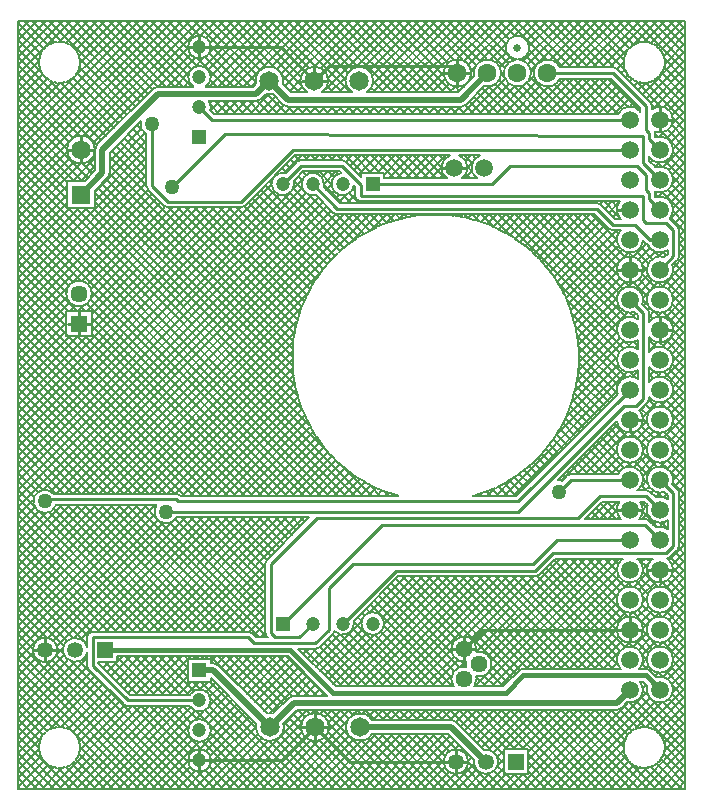
<source format=gbl>
G04*
G04 #@! TF.GenerationSoftware,Altium Limited,Altium Designer,20.2.3 (150)*
G04*
G04 Layer_Physical_Order=2*
G04 Layer_Color=16711680*
%FSLAX25Y25*%
%MOIN*%
G70*
G04*
G04 #@! TF.SameCoordinates,F15F1335-3D0F-4216-8B18-0C41FCBFB515*
G04*
G04*
G04 #@! TF.FilePolarity,Positive*
G04*
G01*
G75*
%ADD13C,0.01000*%
%ADD37C,0.00800*%
%ADD38C,0.02000*%
%ADD39C,0.01500*%
%ADD40C,0.05693*%
%ADD41R,0.05693X0.05693*%
%ADD42C,0.04724*%
%ADD43R,0.04724X0.04724*%
%ADD44R,0.04724X0.04724*%
%ADD45C,0.06496*%
%ADD46C,0.05315*%
%ADD47R,0.05315X0.05315*%
%ADD48C,0.05941*%
%ADD49C,0.02559*%
%ADD50C,0.06319*%
%ADD51C,0.05909*%
%ADD52R,0.06496X0.06496*%
%ADD53C,0.05669*%
%ADD54C,0.05000*%
D13*
X214000Y262000D02*
Y265970D01*
Y262000D02*
X217970D01*
X214000Y258030D02*
Y262000D01*
X200029Y232000D02*
X204000D01*
X214000Y192000D02*
X217970D01*
X214000D02*
Y195970D01*
Y188030D02*
Y192000D01*
X204000Y212000D02*
X207970D01*
X204000D02*
Y215970D01*
Y208030D02*
Y212000D01*
X200029D02*
X204000D01*
X142341Y277500D02*
X146500D01*
X150659D01*
X146500D02*
Y281660D01*
Y273341D02*
Y277500D01*
X145500Y246000D02*
X149455D01*
X141545D02*
X145500D01*
X214000Y112000D02*
X217970D01*
X214000Y108029D02*
Y112000D01*
X204000Y162000D02*
X207970D01*
X204000Y158029D02*
Y162000D01*
X210030Y112000D02*
X214000D01*
X204000Y132000D02*
X207970D01*
X200029D02*
X204000D01*
Y88029D02*
Y92000D01*
Y95970D01*
Y92000D02*
X207970D01*
X200029D02*
X204000D01*
X148650Y85500D02*
X152484D01*
X148650D02*
Y89335D01*
Y81665D02*
Y85500D01*
X144815D02*
X148650D01*
X146000Y47961D02*
Y51618D01*
Y47961D02*
X149657D01*
X142342D02*
X146000D01*
Y44303D02*
Y47961D01*
X98803Y275000D02*
Y279248D01*
Y275000D02*
X103051D01*
X94555D02*
X98803D01*
X60500Y286142D02*
Y289504D01*
X57138Y286142D02*
X60500D01*
X63862D01*
X60500Y282780D02*
Y286142D01*
X21000Y252000D02*
Y256248D01*
Y252000D02*
X25248D01*
X21000Y247752D02*
Y252000D01*
X16752D02*
X21000D01*
X20366Y194000D02*
Y197846D01*
Y194000D02*
X24213D01*
X20366Y190154D02*
Y194000D01*
X16520D02*
X20366D01*
X99000Y59500D02*
Y63748D01*
Y59500D02*
X103248D01*
X99000Y55252D02*
Y59500D01*
X94752D02*
X99000D01*
X9059Y85226D02*
Y88884D01*
Y85226D02*
X12717D01*
X5401D02*
X9059D01*
Y81568D02*
Y85226D01*
X60500Y48358D02*
Y51720D01*
Y48358D02*
X63862D01*
X60500Y44996D02*
Y48358D01*
X57138D02*
X60500D01*
X98803Y275000D02*
X103551Y279748D01*
X144252D01*
X146500Y277500D01*
X155150Y92000D02*
X204000D01*
X148650Y85500D02*
X155150Y92000D01*
X166700Y134700D02*
X204000Y172000D01*
X53400Y134700D02*
X166700D01*
X52741Y135359D02*
X53400Y134700D01*
X9659Y135359D02*
X52741D01*
X9000Y134700D02*
X9659Y135359D01*
X88252Y94000D02*
X121252Y127000D01*
X209000D01*
X214000Y122000D01*
Y142000D02*
X218500Y137500D01*
Y120000D02*
Y137500D01*
X216000Y117500D02*
X218500Y120000D01*
X178300Y117500D02*
X216000D01*
X172400Y111600D02*
X178300Y117500D01*
X125852Y111600D02*
X172400D01*
X108252Y94000D02*
X125852Y111600D01*
X98252Y240500D02*
X106452Y232300D01*
X192900D01*
X198200Y227000D01*
X205529D01*
X210529Y222000D01*
X214000D01*
X210471Y255529D02*
X214000Y252000D01*
X210471Y255529D02*
Y257373D01*
X209373Y258471D02*
X210471Y257373D01*
X209373Y258471D02*
Y266627D01*
X198500Y277500D02*
X209373Y266627D01*
X176500Y277500D02*
X198500D01*
X179800Y122000D02*
X204000D01*
X171800Y114000D02*
X179800Y122000D01*
X111800Y114000D02*
X171800D01*
X103700Y105900D02*
X111800Y114000D01*
X103700Y92000D02*
Y105900D01*
X99176Y87476D02*
X103700Y92000D01*
X78724Y87476D02*
X99176D01*
X76800Y89400D02*
X78724Y87476D01*
X24900Y89400D02*
X76800D01*
X24900Y80000D02*
Y89400D01*
Y80000D02*
X36542Y68358D01*
X60500D01*
X208471Y247529D02*
X214000Y242000D01*
X208471Y247529D02*
Y256500D01*
X69100Y257200D02*
X208471Y256500D01*
X51400Y239500D02*
X69100Y257200D01*
X184500Y142000D02*
X204000D01*
X180400Y137900D02*
X184500Y142000D01*
X210471Y235529D02*
X214000Y232000D01*
X210471Y235529D02*
Y237373D01*
X209373Y238471D02*
X210471Y237373D01*
X209373Y238471D02*
Y243627D01*
X206400Y246600D02*
X209373Y243627D01*
X164100Y246600D02*
X206400D01*
X158000Y240500D02*
X164100Y246600D01*
X118252Y240500D02*
X158000D01*
X88252D02*
X94352Y246600D01*
X108000D01*
X114300Y240300D01*
Y236600D02*
Y240300D01*
Y236600D02*
X208371D01*
X208471Y236500D01*
Y228559D02*
Y236500D01*
Y228559D02*
X209500Y227529D01*
X216000D01*
X218500Y225029D01*
Y216500D02*
Y225029D01*
X214000Y212000D02*
X218500Y216500D01*
X44700Y240000D02*
Y260500D01*
Y240000D02*
X50100Y234600D01*
X74200D01*
X91600Y252000D01*
X204000D01*
X209500Y136500D02*
X214000Y132000D01*
X193888Y136500D02*
X209500D01*
X186588Y129200D02*
X193888Y136500D01*
X99600Y129200D02*
X186588D01*
X84300Y113900D02*
X99600Y129200D01*
X84300Y91000D02*
Y113900D01*
Y91000D02*
X85824Y89476D01*
X93728D01*
X98252Y94000D01*
X49400Y131300D02*
X166800D01*
X202000Y166500D01*
X206000D01*
X208500Y169000D01*
Y197500D01*
X204000Y202000D02*
X208500Y197500D01*
X64642Y262000D02*
X204000D01*
X60500Y266142D02*
X64642Y262000D01*
X60500Y286142D02*
X87661D01*
X98803Y275000D01*
X60500Y48358D02*
X87858D01*
X99000Y59500D01*
X110539Y47961D02*
X146000D01*
X99000Y59500D02*
X110539Y47961D01*
D37*
X212269Y257987D02*
G03*
X218371Y262000I1731J4013D01*
G01*
X212371Y257373D02*
G03*
X212269Y257987I-1900J0D01*
G01*
X212371Y257373D02*
G03*
X212269Y257987I-1900J0D01*
G01*
X218371Y252000D02*
G03*
X212560Y256127I-4371J0D01*
G01*
X212269Y237987D02*
G03*
X218371Y242000I1731J4013D01*
G01*
D02*
G03*
X212560Y246127I-4371J0D01*
G01*
X217189Y229011D02*
G03*
X218371Y232000I-3189J2989D01*
G01*
D02*
G03*
X212560Y236127I-4371J0D01*
G01*
X212371Y237373D02*
G03*
X212269Y237987I-1900J0D01*
G01*
X212371Y237373D02*
G03*
X212269Y237987I-1900J0D01*
G01*
X211273Y266627D02*
G03*
X210714Y267973I-1900J0D01*
G01*
X218371Y262000D02*
G03*
X211273Y265416I-4371J0D01*
G01*
Y266627D02*
G03*
X210717Y267970I-1900J0D01*
G01*
X210371Y249565D02*
G03*
X218371Y252000I3629J2435D01*
G01*
X207473Y264653D02*
G03*
X200064Y263900I-3473J-2653D01*
G01*
X200563Y234700D02*
G03*
X200919Y228900I3437J-2700D01*
G01*
X220400Y225029D02*
G03*
X219841Y226376I-1900J0D01*
G01*
X220400Y225029D02*
G03*
X219844Y226373I-1900J0D01*
G01*
Y215157D02*
G03*
X220400Y216500I-1343J1343D01*
G01*
X219841Y215154D02*
G03*
X220400Y216500I-1341J1346D01*
G01*
X218371Y212000D02*
G03*
X218127Y213440I-4371J0D01*
G01*
X218371Y192000D02*
G03*
X210400Y194478I-4371J0D01*
G01*
X218371Y182000D02*
G03*
X210400Y184478I-4371J0D01*
G01*
Y179522D02*
G03*
X218371Y182000I3600J2478D01*
G01*
Y172000D02*
G03*
X210400Y174478I-4371J0D01*
G01*
X209183Y220659D02*
G03*
X210033Y220166I1346J1341D01*
G01*
X209186Y220656D02*
G03*
X210033Y220166I1343J1343D01*
G01*
X215440Y216127D02*
G03*
X218371Y212000I-1440J-4127D01*
G01*
X210033Y220166D02*
G03*
X216600Y218487I3967J1834D01*
G01*
X200919Y225100D02*
G03*
X208342Y221501I3081J-3100D01*
G01*
X208127Y200560D02*
G03*
X208370Y202000I-4127J1440D01*
G01*
Y212000D02*
G03*
X208370Y212000I-4371J0D01*
G01*
X218371Y202000D02*
G03*
X218371Y202000I-4371J0D01*
G01*
X210400Y197500D02*
G03*
X209841Y198846I-1900J0D01*
G01*
X210400Y197500D02*
G03*
X209843Y198844I-1900J0D01*
G01*
X208370Y202000D02*
G03*
X205440Y197873I-4371J0D01*
G01*
X206600Y195513D02*
G03*
X206600Y188487I-2600J-3513D01*
G01*
X210400Y189522D02*
G03*
X218371Y192000I3600J2478D01*
G01*
X206600Y185513D02*
G03*
X206600Y178487I-2600J-3513D01*
G01*
X199844Y278843D02*
G03*
X198500Y279400I-1343J-1343D01*
G01*
X199846Y278841D02*
G03*
X198500Y279400I-1346J-1341D01*
G01*
X166748Y282053D02*
G03*
X170459Y286004I-248J3951D01*
G01*
D02*
G03*
X166252Y282053I-3959J0D01*
G01*
X171059Y277500D02*
G03*
X166748Y282053I-4559J0D01*
G01*
X161059Y277500D02*
G03*
X152062Y276456I-4559J0D01*
G01*
X180645Y279400D02*
G03*
X180645Y275600I-4145J-1900D01*
G01*
X166252Y282053D02*
G03*
X171059Y277500I248J-4553D01*
G01*
X155456Y273062D02*
G03*
X161059Y277500I1044J4438D01*
G01*
X151059D02*
G03*
X151059Y277500I-4559J0D01*
G01*
X147642Y266242D02*
G03*
X149339Y266945I0J2400D01*
G01*
X147642Y266242D02*
G03*
X149339Y266945I0J2400D01*
G01*
X154033Y250100D02*
G03*
X153050Y242400I1467J-4100D01*
G01*
X149855Y246000D02*
G03*
X146967Y250100I-4355J0D01*
G01*
X147950Y242400D02*
G03*
X149855Y246000I-2450J3600D01*
G01*
X144033Y250100D02*
G03*
X143050Y242400I1467J-4100D01*
G01*
X194246Y233641D02*
G03*
X192900Y234200I-1346J-1341D01*
G01*
X194244Y233644D02*
G03*
X192900Y234200I-1343J-1343D01*
G01*
X196856Y225657D02*
G03*
X198200Y225100I1343J1343D01*
G01*
X196854Y225659D02*
G03*
X198200Y225100I1346J1341D01*
G01*
X220400Y137500D02*
G03*
X219844Y138844I-1900J0D01*
G01*
X220400Y137500D02*
G03*
X219841Y138846I-1900J0D01*
G01*
X218127Y140560D02*
G03*
X218371Y142000I-4127J1440D01*
G01*
X219844Y118657D02*
G03*
X220400Y120000I-1343J1343D01*
G01*
X216600Y135513D02*
G03*
X212560Y136127I-2600J-3513D01*
G01*
X216600Y125513D02*
G03*
X212560Y126127I-2600J-3513D01*
G01*
X219841Y118654D02*
G03*
X220400Y120000I-1341J1346D01*
G01*
X216411Y115645D02*
G03*
X217346Y116159I-411J1855D01*
G01*
X218371Y112000D02*
G03*
X216411Y115645I-4371J0D01*
G01*
Y115645D02*
G03*
X217343Y116156I-411J1855D01*
G01*
X209843Y167657D02*
G03*
X210400Y169000I-1343J1343D01*
G01*
X209841Y167654D02*
G03*
X210400Y169000I-1341J1346D01*
G01*
Y169522D02*
G03*
X218371Y172000I3600J2478D01*
G01*
Y162000D02*
G03*
X218371Y162000I-4371J0D01*
G01*
Y152000D02*
G03*
X218371Y152000I-4371J0D01*
G01*
X208370Y162000D02*
G03*
X207173Y165005I-4371J0D01*
G01*
X206600Y175513D02*
G03*
X199873Y170560I-2600J-3513D01*
G01*
X199661Y161474D02*
G03*
X208370Y162000I4339J526D01*
G01*
Y152000D02*
G03*
X208370Y152000I-4371J0D01*
G01*
Y142000D02*
G03*
X200064Y143900I-4371J0D01*
G01*
X218371Y142000D02*
G03*
X215440Y137873I-4371J0D01*
G01*
X210846Y137841D02*
G03*
X209500Y138400I-1346J-1341D01*
G01*
X209873Y133440D02*
G03*
X216600Y128487I4127J-1440D01*
G01*
X210843Y137844D02*
G03*
X209500Y138400I-1343J-1343D01*
G01*
X210346Y128341D02*
G03*
X209000Y128900I-1346J-1341D01*
G01*
X210344Y128343D02*
G03*
X209000Y128900I-1343J-1343D01*
G01*
X211522Y115600D02*
G03*
X218371Y112000I2478J-3600D01*
G01*
X206478Y138400D02*
G03*
X208370Y142000I-2478J3600D01*
G01*
Y132000D02*
G03*
X207513Y134600I-4371J0D01*
G01*
X207081Y128900D02*
G03*
X208370Y132000I-3081J3100D01*
G01*
X201522Y115600D02*
G03*
X208370Y112000I2478J-3600D01*
G01*
D02*
G03*
X206478Y115600I-4371J0D01*
G01*
X218371Y102000D02*
G03*
X218371Y102000I-4371J0D01*
G01*
Y82000D02*
G03*
X218371Y82000I-4371J0D01*
G01*
Y92000D02*
G03*
X218371Y92000I-4371J0D01*
G01*
Y72000D02*
G03*
X212830Y76211I-4371J0D01*
G01*
X210720Y78320D02*
G03*
X209200Y78950I-1520J-1520D01*
G01*
X209789Y73170D02*
G03*
X218371Y72000I4211J-1170D01*
G01*
X210720Y78320D02*
G03*
X209200Y78950I-1520J-1520D01*
G01*
X208370Y102000D02*
G03*
X208370Y102000I-4371J0D01*
G01*
Y92000D02*
G03*
X208370Y92000I-4371J0D01*
G01*
X207130Y78950D02*
G03*
X208370Y82000I-3130J3050D01*
G01*
D02*
G03*
X200870Y78950I-4371J0D01*
G01*
X208370Y72000D02*
G03*
X207475Y74650I-4371J0D01*
G01*
X203114Y67720D02*
G03*
X208370Y72000I886J4280D01*
G01*
X200487Y134600D02*
G03*
X200919Y128900I3513J-2600D01*
G01*
X184500Y143900D02*
G03*
X183154Y143341I0J-1900D01*
G01*
X184500Y143900D02*
G03*
X183157Y143343I0J-1900D01*
G01*
X181465Y141652D02*
G03*
X179962Y141775I-1065J-3752D01*
G01*
X172400Y109700D02*
G03*
X173746Y110259I0J1900D01*
G01*
X172400Y109700D02*
G03*
X173743Y110257I0J1900D01*
G01*
X199600Y65200D02*
G03*
X201297Y65903I0J2400D01*
G01*
X199600Y65200D02*
G03*
X201297Y65903I0J2400D01*
G01*
X168500Y78950D02*
G03*
X166980Y78320I0J-2150D01*
G01*
X168500Y78950D02*
G03*
X166980Y78320I0J-2150D01*
G01*
X152798Y84648D02*
G03*
X152884Y85500I-4148J852D01*
G01*
X157884Y80500D02*
G03*
X152798Y84648I-4235J0D01*
G01*
X149502Y81352D02*
G03*
X149502Y79648I4148J-852D01*
G01*
X152798Y76352D02*
G03*
X157884Y80500I852J4148D01*
G01*
X152884Y85500D02*
G03*
X149502Y81352I-4235J0D01*
G01*
Y79648D02*
G03*
X145196Y73050I-852J-4148D01*
G01*
X152884Y75500D02*
G03*
X152798Y76352I-4235J0D01*
G01*
X152103Y73050D02*
G03*
X152884Y75500I-3454J2450D01*
G01*
X146158Y61197D02*
G03*
X144461Y61900I-1697J-1697D01*
G01*
X146158Y61197D02*
G03*
X144461Y61900I-1697J-1697D01*
G01*
X160057Y47961D02*
G03*
X155384Y51971I-4058J0D01*
G01*
X151990Y48577D02*
G03*
X160057Y47961I4010J-616D01*
G01*
X150057D02*
G03*
X150057Y47961I-4058J0D01*
G01*
X116240Y271042D02*
G03*
X118451Y275000I-2437J3958D01*
G01*
D02*
G03*
X111367Y271042I-4648J0D01*
G01*
X109346Y247941D02*
G03*
X108000Y248500I-1346J-1341D01*
G01*
X109344Y247943D02*
G03*
X108000Y248500I-1343J-1343D01*
G01*
X101240Y271042D02*
G03*
X103451Y275000I-2437J3958D01*
G01*
D02*
G03*
X96367Y271042I-4648J0D01*
G01*
X102014Y240500D02*
G03*
X99205Y236860I-3762J0D01*
G01*
X94352Y248500D02*
G03*
X93006Y247941I0J-1900D01*
G01*
X94352Y248500D02*
G03*
X93009Y247943I0J-1900D01*
G01*
X107693Y244220D02*
G03*
X111972Y239941I559J-3720D01*
G01*
X112400Y236600D02*
G03*
X114300Y234700I1900J0D01*
G01*
X112400Y236600D02*
G03*
X114300Y234700I1900J0D01*
G01*
X105108Y230957D02*
G03*
X106452Y230400I1343J1343D01*
G01*
X105106Y230959D02*
G03*
X106452Y230400I1346J1341D01*
G01*
X101892Y239547D02*
G03*
X102014Y240500I-3640J953D01*
G01*
X92014D02*
G03*
X91892Y241453I-3762J0D01*
G01*
X89205Y244140D02*
G03*
X92014Y240500I-953J-3640D01*
G01*
X88451Y275000D02*
G03*
X79291Y273882I-4648J0D01*
G01*
X88315D02*
G03*
X88451Y275000I-4512J1118D01*
G01*
X64262Y286142D02*
G03*
X64262Y286142I-3762J0D01*
G01*
X62570Y273000D02*
G03*
X64262Y276142I-2070J3142D01*
G01*
D02*
G03*
X58430Y273000I-3762J0D01*
G01*
X82686Y270488D02*
G03*
X84921Y270488I1118J4512D01*
G01*
X79403Y268200D02*
G03*
X81100Y268903I0J2400D01*
G01*
X46745Y273000D02*
G03*
X45048Y272297I0J-2400D01*
G01*
X46745Y273000D02*
G03*
X45048Y272297I0J-2400D01*
G01*
X79403Y268200D02*
G03*
X81100Y268903I0J2400D01*
G01*
X88464Y266945D02*
G03*
X90161Y266242I1697J1697D01*
G01*
X88464Y266945D02*
G03*
X90161Y266242I1697J1697D01*
G01*
X64262Y266142D02*
G03*
X63649Y268200I-3762J0D01*
G01*
X64140Y265189D02*
G03*
X64262Y266142I-3640J953D01*
G01*
X40895Y261356D02*
G03*
X42800Y257094I3805J-857D01*
G01*
X26440Y253690D02*
G03*
X25737Y251993I1697J-1697D01*
G01*
X26440Y253690D02*
G03*
X25737Y251993I1697J-1697D01*
G01*
X74200Y232700D02*
G03*
X75546Y233259I0J1900D01*
G01*
X74200Y232700D02*
G03*
X75543Y233257I0J1900D01*
G01*
X29834Y242440D02*
G03*
X30537Y244137I-1697J1697D01*
G01*
X29834Y242440D02*
G03*
X30537Y244137I-1697J1697D01*
G01*
X42800Y240000D02*
G03*
X43359Y238654I1900J0D01*
G01*
X42800Y240000D02*
G03*
X43356Y238656I1900J0D01*
G01*
X48757Y233257D02*
G03*
X50100Y232700I1343J1343D01*
G01*
X48754Y233259D02*
G03*
X50100Y232700I1346J1341D01*
G01*
X25648Y252000D02*
G03*
X25648Y252000I-4648J0D01*
G01*
X24613Y204000D02*
G03*
X24613Y204000I-4247J0D01*
G01*
X82959Y115246D02*
G03*
X82400Y113900I1341J-1346D01*
G01*
X82956Y115243D02*
G03*
X82400Y113900I1343J-1343D01*
G01*
X122014Y94000D02*
G03*
X122014Y94000I-3762J0D01*
G01*
X112014D02*
G03*
X111892Y94953I-3762J0D01*
G01*
X105510Y91424D02*
G03*
X112014Y94000I2742J2576D01*
G01*
X105043Y90657D02*
G03*
X105510Y91424I-1343J1343D01*
G01*
X105041Y90654D02*
G03*
X105510Y91424I-1341J1346D01*
G01*
X82400Y91000D02*
G03*
X82956Y89657I1900J0D01*
G01*
X82400Y91000D02*
G03*
X82959Y89654I1900J0D01*
G01*
X78146Y90741D02*
G03*
X76800Y91300I-1346J-1341D01*
G01*
X99176Y85576D02*
G03*
X100522Y86135I0J1900D01*
G01*
X99176Y85576D02*
G03*
X100520Y86133I0J1900D01*
G01*
X117981Y61900D02*
G03*
X117981Y57100I-3980J-2400D01*
G01*
X92100Y70000D02*
G03*
X90403Y69297I0J-2400D01*
G01*
X92100Y70000D02*
G03*
X90403Y69297I0J-2400D01*
G01*
X85118Y64012D02*
G03*
X82882Y64012I-1118J-4512D01*
G01*
X103648Y59500D02*
G03*
X103648Y59500I-4648J0D01*
G01*
X79488Y60618D02*
G03*
X88648Y59500I4512J-1118D01*
G01*
D02*
G03*
X88512Y60618I-4648J0D01*
G01*
X78144Y90743D02*
G03*
X76800Y91300I-1343J-1343D01*
G01*
X54084Y136703D02*
G03*
X52741Y137259I-1343J-1343D01*
G01*
X54087Y136700D02*
G03*
X52741Y137259I-1346J-1341D01*
G01*
X46152Y133459D02*
G03*
X52806Y129400I3248J-2159D01*
G01*
X24900Y91300D02*
G03*
X23000Y89400I0J-1900D01*
G01*
X24900Y91300D02*
G03*
X23000Y89400I0J-1900D01*
G01*
Y86191D02*
G03*
X23000Y84261I-3941J-965D01*
G01*
X11943Y137259D02*
G03*
X12697Y133459I-2943J-2559D01*
G01*
X13116Y85226D02*
G03*
X13116Y85226I-4058J0D01*
G01*
X66839Y80055D02*
G03*
X65142Y80758I-1697J-1697D01*
G01*
X66839Y80055D02*
G03*
X65142Y80758I-1697J-1697D01*
G01*
X57253Y66458D02*
G03*
X64262Y68358I3247J1900D01*
G01*
D02*
G03*
X57253Y70258I-3762J0D01*
G01*
X23000Y80000D02*
G03*
X23557Y78657I1900J0D01*
G01*
X23000Y80000D02*
G03*
X23559Y78654I1900J0D01*
G01*
X35195Y67018D02*
G03*
X36542Y66458I1346J1341D01*
G01*
X35198Y67015D02*
G03*
X36542Y66458I1343J1343D01*
G01*
X64262Y58358D02*
G03*
X64262Y58358I-3762J0D01*
G01*
Y48358D02*
G03*
X64262Y48358I-3762J0D01*
G01*
X216946Y295000D02*
X222500Y289446D01*
X215552Y280606D02*
X222500Y287554D01*
X219774Y295000D02*
X222500Y292274D01*
X215390Y279585D02*
X222500Y272475D01*
X215428Y282376D02*
X222500Y275303D01*
X214117Y295000D02*
X222500Y286617D01*
X214306Y285017D02*
X222500Y293211D01*
X212939Y286479D02*
X221461Y295000D01*
X215249Y283132D02*
X222500Y290382D01*
X211289Y295000D02*
X222500Y283789D01*
X217049Y265132D02*
X222500Y270583D01*
X218141Y263396D02*
X222500Y267755D01*
X215270Y266182D02*
X222500Y273412D01*
X218343Y262490D02*
X222500Y258333D01*
X218123Y260549D02*
X222500Y264926D01*
X213314Y276004D02*
X222500Y266818D01*
X214588Y277558D02*
X222500Y269647D01*
X211615Y274875D02*
X222500Y263990D01*
X212276Y266016D02*
X222500Y276240D01*
X215317Y282934D02*
X215525Y281888D01*
X215552Y281076D02*
Y281610D01*
X214827Y284187D02*
X215236Y283202D01*
X215552Y280543D02*
Y281076D01*
X215317Y279219D02*
X215525Y280265D01*
X213172Y286291D02*
X213926Y285537D01*
X214103Y285320D02*
X214696Y284434D01*
X212069Y287060D02*
X212955Y286468D01*
X214827Y277966D02*
X215236Y278951D01*
X214103Y276832D02*
X214696Y277719D01*
X213172Y275862D02*
X213926Y276616D01*
X212356Y257611D02*
X212604Y257859D01*
X212069Y275092D02*
X212955Y275685D01*
X217644Y254413D02*
X222500Y259269D01*
X217644Y254413D02*
X222500Y259269D01*
X217926Y260079D02*
X222500Y255504D01*
X218300Y251219D02*
X222500Y247019D01*
X218360Y252301D02*
X222500Y256441D01*
X216651Y258525D02*
X222500Y252676D01*
X214667Y257681D02*
X222500Y249848D01*
X216186Y255784D02*
X222500Y262098D01*
X216945Y245229D02*
X222500Y250784D01*
X215113Y246226D02*
X222500Y253613D01*
X218214Y240842D02*
X222500Y245127D01*
X218310Y242724D02*
X222500Y238534D01*
X218089Y243544D02*
X222500Y247956D01*
X218328Y231392D02*
X222500Y227220D01*
X218343Y232486D02*
X222500Y236642D01*
X215831Y248031D02*
X222500Y241362D01*
X217416Y249274D02*
X222500Y244191D01*
X217451Y228765D02*
X222500Y233814D01*
X214838Y237711D02*
X222500Y230048D01*
X213944Y256370D02*
X215451Y257877D01*
X213357Y247677D02*
X214724Y246310D01*
X217990Y240216D02*
X222500Y235705D01*
X216057Y235856D02*
X222500Y242299D01*
X212371Y257149D02*
X213219Y256300D01*
X212373Y246314D02*
X213699Y247640D01*
X212371Y256316D02*
Y257373D01*
X217562Y234532D02*
X222500Y239471D01*
X216763Y238614D02*
X222500Y232877D01*
X213735Y236362D02*
X215159Y237786D01*
X212371Y237350D02*
X213392Y236328D01*
X212371Y236316D02*
Y237373D01*
X208721Y287917D02*
X215804Y295000D01*
X211117Y287484D02*
X218632Y295000D01*
X202803D02*
X210011Y287793D01*
X208460Y295000D02*
X222500Y280960D01*
X204296Y286320D02*
X212976Y295000D01*
X199975D02*
X207220Y287755D01*
X194547Y279400D02*
X210147Y295000D01*
X197147D02*
X205193Y286953D01*
X191719Y279400D02*
X207319Y295000D01*
X188890Y279400D02*
X204490Y295000D01*
X208178Y287917D02*
X209245D01*
X209523Y287890D02*
X210569Y287682D01*
X206854D02*
X207900Y287890D01*
X205632Y295000D02*
X222500Y278132D01*
X210837Y287600D02*
X211822Y287192D01*
X205601D02*
X206586Y287600D01*
X204468Y286468D02*
X205354Y287060D01*
X204468Y275685D02*
X205354Y275092D01*
X203467Y285492D02*
X204296Y286320D01*
X203497Y285537D02*
X204251Y286291D01*
X202727Y284434D02*
X203320Y285320D01*
X202187Y283202D02*
X202595Y284187D01*
X197376Y279400D02*
X203467Y285492D01*
X201898Y281888D02*
X202106Y282934D01*
X191490Y295000D02*
X202510Y283980D01*
X194318Y295000D02*
X203639Y285679D01*
X188661Y295000D02*
X201898Y281763D01*
X185833Y295000D02*
X202403Y278430D01*
X186062Y279400D02*
X201662Y295000D01*
X202187Y278951D02*
X202595Y277966D01*
X202727Y277719D02*
X203320Y276832D01*
X201898Y280265D02*
X202106Y279219D01*
X203497Y276616D02*
X204251Y275862D01*
X202574Y276113D02*
X203309Y276848D01*
X201871Y280543D02*
Y281076D01*
Y281610D01*
X201160Y277527D02*
X202303Y278671D01*
X199742Y278938D02*
X201871Y281067D01*
X209645Y269042D02*
X222500Y281897D01*
X210837Y274552D02*
X211822Y274960D01*
X209523Y274263D02*
X210569Y274471D01*
X211015Y267583D02*
X222500Y279069D01*
X208231Y270456D02*
X222500Y284725D01*
X199846Y278841D02*
X210714Y267973D01*
X208178Y274236D02*
X209245D01*
X209398Y274263D02*
X222500Y261161D01*
X206065Y274768D02*
X214490Y266343D01*
X211270Y266734D02*
X212079Y265926D01*
X211273Y265416D02*
Y266627D01*
X210959Y247728D02*
X211587Y248356D01*
X210959Y247728D02*
X211587Y248356D01*
X210371Y248316D02*
Y249565D01*
Y248316D02*
X212560Y246127D01*
X205601Y274960D02*
X206586Y274552D01*
X206854Y274471D02*
X207900Y274263D01*
X203988Y274699D02*
X204771Y275482D01*
X206817Y271870D02*
X209182Y274236D01*
X205402Y273285D02*
X206656Y274538D01*
X193919Y275600D02*
X203219Y266300D01*
X197713Y275600D02*
X207473Y265840D01*
X191091Y275600D02*
X201274Y265416D01*
X196748Y275600D02*
X207473Y264874D01*
X193189Y263900D02*
X201301Y272012D01*
X206312Y265709D02*
X206958Y266355D01*
X207473Y264653D02*
Y265840D01*
X204143Y266368D02*
X205544Y267769D01*
X198846Y263900D02*
X204130Y269183D01*
X196018Y263900D02*
X202715Y270598D01*
X195221Y234700D02*
X200402Y229519D01*
X220400Y223663D02*
X222500Y221563D01*
X220400Y220400D02*
X222500Y222500D01*
X220400Y223228D02*
X222500Y225328D01*
X220400Y218006D02*
X222500Y215906D01*
X220400Y220835D02*
X222500Y218735D01*
X217504Y229388D02*
X222500Y224392D01*
X220207Y225864D02*
X222500Y228157D01*
X218866Y227351D02*
X222500Y230985D01*
X218320Y212663D02*
X222500Y216843D01*
X220400Y217571D02*
X222500Y219672D01*
X218718Y214031D02*
X222500Y210249D01*
X218349Y211572D02*
X222500Y207421D01*
X220101Y215477D02*
X222500Y213078D01*
X218189Y203247D02*
X222500Y198936D01*
X218322Y201351D02*
X222500Y205529D01*
X216728Y205414D02*
X222500Y211186D01*
X214785Y206299D02*
X222500Y214015D01*
X218106Y200502D02*
X222500Y196107D01*
X217588Y209505D02*
X222500Y204593D01*
X217346Y228870D02*
X219841Y226376D01*
X220400Y216500D02*
Y225029D01*
X216600Y217287D02*
Y218487D01*
X215003Y217746D02*
X216031Y216718D01*
X211519Y218402D02*
X213572Y216349D01*
X215440Y216127D02*
X216600Y217287D01*
X213515Y216343D02*
X214893Y217722D01*
X218127Y213440D02*
X219841Y215154D01*
X216098Y208166D02*
X222500Y201764D01*
X217970Y203828D02*
X222500Y208358D01*
X213802Y207634D02*
X215247Y206189D01*
X212017Y198106D02*
X213758Y196364D01*
X213282Y196311D02*
X214649Y197678D01*
X210400Y196258D02*
X212172Y198030D01*
X218290Y192834D02*
X222500Y197044D01*
X218364Y191758D02*
X222500Y187622D01*
X217388Y194761D02*
X222500Y199873D01*
X217905Y183963D02*
X222500Y188559D01*
X217669Y189625D02*
X222500Y184794D01*
X216978Y198801D02*
X222500Y193279D01*
X215163Y197787D02*
X222500Y190451D01*
X215787Y195988D02*
X222500Y202701D01*
X216615Y185502D02*
X222500Y191387D01*
X214612Y186327D02*
X222500Y194216D01*
X218086Y183551D02*
X222500Y179137D01*
X218157Y180651D02*
X222500Y176308D01*
X218350Y181581D02*
X222500Y185730D01*
X218255Y173000D02*
X222500Y177245D01*
X217296Y174870D02*
X222500Y180073D01*
X215647Y176049D02*
X222500Y182902D01*
X216226Y188239D02*
X222500Y181965D01*
X215318Y177833D02*
X222500Y170651D01*
X217080Y178900D02*
X222500Y173480D01*
X214007Y187629D02*
X215551Y186086D01*
X210400Y196894D02*
X211625Y195669D01*
X210400Y187773D02*
X211239Y188612D01*
X210400Y194478D02*
Y197500D01*
Y184944D02*
X213166Y187710D01*
X210400Y188408D02*
X212651Y186157D01*
X210400Y185580D02*
X210900Y185080D01*
X213031Y176262D02*
X214419Y177650D01*
X212384Y177939D02*
X213953Y176370D01*
X210400Y176459D02*
X212037Y178095D01*
X210400Y177095D02*
X211749Y175746D01*
X210400Y174478D02*
Y179522D01*
X209548Y220373D02*
X210402Y219519D01*
X207588Y219505D02*
X211505Y215588D01*
X206838Y215323D02*
X210677Y219162D01*
X204952Y216266D02*
X209267Y220580D01*
X208031Y213688D02*
X212312Y217969D01*
X206098Y218166D02*
X210166Y214098D01*
X208278Y211107D02*
X209657Y212485D01*
X208106Y210502D02*
X212502Y206106D01*
X208189Y213247D02*
X209634Y211802D01*
X208320Y202663D02*
X213337Y207680D01*
X208586Y200101D02*
X209701Y201215D01*
X206978Y208801D02*
X210801Y204978D01*
X205924Y205924D02*
X210076Y210076D01*
X207477Y204648D02*
X211352Y208523D01*
X205163Y207787D02*
X209787Y203163D01*
X198200Y225100D02*
X200919D01*
X208342Y221501D02*
X209183Y220659D01*
X198987Y228900D02*
X200919D01*
X201274Y215416D02*
X203515Y217657D01*
X176894Y230400D02*
X201625Y205669D01*
X188207Y230400D02*
X202502Y216106D01*
X185379Y230400D02*
X200801Y214978D01*
X183471Y200441D02*
X201467Y218438D01*
X174065Y230400D02*
X200239Y204226D01*
X203802Y217634D02*
X205247Y216189D01*
X203515Y206344D02*
X204893Y207722D01*
X202017Y208105D02*
X203758Y206364D01*
X209991Y198677D02*
X210586Y199272D01*
X208364Y201758D02*
X210105Y200017D01*
X208127Y200560D02*
X209841Y198846D01*
X205440Y197873D02*
X206600Y196713D01*
Y195513D02*
Y196713D01*
X210400Y184478D02*
Y189522D01*
X206600Y185513D02*
Y188487D01*
Y175513D02*
Y178487D01*
X206351Y178315D02*
X206600Y178066D01*
X205787Y185988D02*
X206600Y186801D01*
X205318Y187833D02*
X206600Y186551D01*
X204612Y176327D02*
X206600Y178316D01*
X185536Y194021D02*
X200676Y209162D01*
X186068Y191725D02*
X202312Y207969D01*
X184250Y198392D02*
X200584Y214726D01*
X186910Y181254D02*
X203337Y197680D01*
X186910Y184082D02*
X201352Y198523D01*
X168408Y230400D02*
X202651Y196157D01*
X165580Y230400D02*
X200900Y195080D01*
X179814Y207681D02*
X201749Y185746D01*
X182937Y201729D02*
X200315Y184351D01*
X204007Y197629D02*
X205551Y196086D01*
X204785Y196299D02*
X205899Y197414D01*
X202384Y187939D02*
X203953Y186370D01*
X204204Y177634D02*
X205904Y175934D01*
X203282Y186311D02*
X204648Y187678D01*
X185709Y193300D02*
X202805Y176204D01*
X186371Y189810D02*
X201001Y175180D01*
X185571Y171429D02*
X202172Y188030D01*
X186289Y174976D02*
X200586Y189272D01*
X180567Y279562D02*
X196005Y295000D01*
X183233Y279400D02*
X198833Y295000D01*
X179286Y281109D02*
X193177Y295000D01*
X183004D02*
X198607Y279397D01*
X180176Y295000D02*
X195776Y279400D01*
X177331Y281983D02*
X190348Y295000D01*
X177348D02*
X192948Y279400D01*
X168473Y281610D02*
X181863Y295000D01*
X174519D02*
X190119Y279400D01*
X166034Y295000D02*
X181634Y279400D01*
X180645D02*
X198500D01*
X171691Y295000D02*
X187291Y279400D01*
X170961Y278442D02*
X187520Y295000D01*
X170439Y286404D02*
X179034Y295000D01*
X169632Y288426D02*
X176206Y295000D01*
X170051Y280360D02*
X184691Y295000D01*
X168862D02*
X184462Y279400D01*
X165338Y289789D02*
X170549Y295000D01*
X168032Y289655D02*
X173378Y295000D01*
X163205D02*
X176159Y282047D01*
X157548Y295000D02*
X163723Y288826D01*
X160377Y295000D02*
X165534Y289843D01*
X154720Y295000D02*
X162679Y287041D01*
X154093Y281372D02*
X167721Y295000D01*
X157498Y281949D02*
X162715Y287166D01*
X170339Y285038D02*
X174039Y281338D01*
X169322Y283227D02*
X172633Y279915D01*
X167537Y282183D02*
X167872Y281848D01*
X170848Y278872D02*
X171949Y277771D01*
X160633Y279427D02*
X164078Y282872D01*
X159398Y281020D02*
X162849Y284472D01*
X161032Y276997D02*
X161960Y277926D01*
X182605Y275600D02*
X194305Y263900D01*
X184704D02*
X196404Y275600D01*
X181876Y263900D02*
X193576Y275600D01*
X188262D02*
X199962Y263900D01*
X185434Y275600D02*
X197134Y263900D01*
X179047D02*
X190747Y275600D01*
X180645D02*
X197713D01*
X173390Y263900D02*
X185090Y275600D01*
X170827Y276064D02*
X182992Y263900D01*
X187532D02*
X198473Y274840D01*
X190361Y263900D02*
X199887Y273426D01*
X180338Y275039D02*
X191477Y263900D01*
X178916Y273633D02*
X188648Y263900D01*
X177631Y234200D02*
X178131Y234700D01*
X170562Y263900D02*
X182262Y275600D01*
X169755Y274308D02*
X180163Y263900D01*
X176219D02*
X187919Y275600D01*
X176771Y272949D02*
X185820Y263900D01*
X170239Y274891D02*
X172017Y276669D01*
X161057Y277349D02*
X162099Y276307D01*
X164905Y263900D02*
X174438Y273433D01*
X162077Y263900D02*
X172891Y274714D01*
X160415Y275163D02*
X171678Y263900D01*
X159248D02*
X169109Y273761D01*
X159038Y273712D02*
X168850Y263900D01*
X153591D02*
X163640Y273949D01*
X165307Y273099D02*
X174506Y263900D01*
X167733D02*
X176783Y272949D01*
X156957Y272964D02*
X166021Y263900D01*
X168030Y273205D02*
X177335Y263900D01*
X175422Y234700D02*
X175922Y234200D01*
X153329Y270935D02*
X160364Y263900D01*
X151915Y269521D02*
X157536Y263900D01*
X156420D02*
X165559Y273039D01*
X154743Y272349D02*
X163193Y263900D01*
X148607Y281543D02*
X162064Y295000D01*
X151892D02*
X165064Y281827D01*
X146290Y282055D02*
X159235Y295000D01*
X150139Y280247D02*
X164892Y295000D01*
X149063D02*
X163308Y280755D01*
X140578Y295000D02*
X154163Y281415D01*
X143406Y295000D02*
X156349Y282057D01*
X137750Y295000D02*
X152712Y280038D01*
X146235Y295000D02*
X162205Y279030D01*
X132449Y271042D02*
X156407Y295000D01*
X150994Y278273D02*
X152628Y279907D01*
X150737Y279184D02*
X151964Y277958D01*
X150875Y276217D02*
X151349Y275743D01*
X149339Y266945D02*
X155456Y273062D01*
X150501Y268107D02*
X154707Y263900D01*
X146648Y271042D02*
X152062Y276456D01*
X146591Y271042D02*
X152051Y276502D01*
X147934Y263900D02*
X157003Y272968D01*
X149068Y266711D02*
X151879Y263900D01*
X132093Y295000D02*
X145217Y281875D01*
X134921Y295000D02*
X148184Y281737D01*
X135277Y271042D02*
X141945Y277710D01*
X140934Y271042D02*
X143753Y273861D01*
X138106Y271042D02*
X142457Y275393D01*
X148176Y273260D02*
X148521Y272915D01*
X145571Y273036D02*
X147107Y271501D01*
X146709Y266242D02*
X149050Y263900D01*
X143763Y271042D02*
X145727Y273007D01*
X139449Y263900D02*
X141791Y266242D01*
X136621Y263900D02*
X138962Y266242D01*
X135395D02*
X137737Y263900D01*
X150763D02*
X162390Y275527D01*
X151537Y250100D02*
X152490Y249147D01*
X149238Y248233D02*
X151105Y250100D01*
X148708D02*
X151385Y247424D01*
X145106Y263900D02*
X147448Y266242D01*
X146967Y250100D02*
X154033D01*
X143880Y266242D02*
X146222Y263900D01*
X147846Y249669D02*
X148277Y250100D01*
X149855Y246021D02*
X151461Y247627D01*
X151890Y242400D02*
X152416Y242926D01*
X149853Y246127D02*
X151375Y244605D01*
X149062Y242400D02*
X151348Y244686D01*
X149292Y243859D02*
X150751Y242400D01*
X147950D02*
X153050D01*
X141052Y266242D02*
X143394Y263900D01*
X142278D02*
X144619Y266242D01*
X138223D02*
X140565Y263900D01*
X134920Y242400D02*
X142620Y250100D01*
X140223D02*
X141889Y248434D01*
X132567Y266242D02*
X134908Y263900D01*
X130964D02*
X133306Y266242D01*
X134566Y250100D02*
X142266Y242400D01*
X133792Y263900D02*
X136134Y266242D01*
X143052Y250100D02*
X143359Y249792D01*
X140577Y242400D02*
X141831Y243654D01*
X138653Y234700D02*
X139153Y234200D01*
X138033D02*
X138533Y234700D01*
X137395Y250100D02*
X141158Y246336D01*
X137748Y242400D02*
X141150Y245802D01*
X132091Y242400D02*
X139791Y250100D01*
X131738D02*
X139438Y242400D01*
X195559Y232328D02*
X197930Y234700D01*
X198049D02*
X199746Y233003D01*
X195559Y232328D02*
X197930Y234700D01*
X196973Y230914D02*
X200177Y234118D01*
X194246Y233641D02*
X198987Y228900D01*
X192393Y234700D02*
X192893Y234200D01*
X194141Y233739D02*
X195102Y234700D01*
X191774Y234200D02*
X192274Y234700D01*
X198387Y229500D02*
X199774Y230887D01*
X192113Y230400D02*
X196854Y225659D01*
X199164Y225100D02*
X200166Y224098D01*
X182551Y230400D02*
X199787Y213163D01*
X191036Y230400D02*
X199634Y221802D01*
X176115Y212884D02*
X192872Y229641D01*
X176115Y212884D02*
X192872Y229641D01*
X186117Y234200D02*
X186617Y234700D01*
X186736D02*
X187236Y234200D01*
X183907Y234700D02*
X184407Y234200D01*
X189564Y234700D02*
X190064Y234200D01*
X188945D02*
X189445Y234700D01*
X174803Y234200D02*
X175303Y234700D01*
X180460Y234200D02*
X180960Y234700D01*
X172594D02*
X173094Y234200D01*
X183288D02*
X183788Y234700D01*
X181079D02*
X181579Y234200D01*
X173444Y215870D02*
X187974Y230400D01*
X174812Y214410D02*
X190802Y230400D01*
X178251Y234700D02*
X178751Y234200D01*
X174304Y215004D02*
X176665Y212239D01*
X174304Y215004D02*
X176665Y212239D01*
X172030Y217285D02*
X185145Y230400D01*
X171975Y234200D02*
X172475Y234700D01*
X171658Y217656D02*
X174228Y215086D01*
X171658Y217656D02*
X174228Y215086D01*
X182642Y202441D02*
X200144Y219943D01*
X184944Y196257D02*
X199734Y211048D01*
X181700Y204327D02*
X199638Y222265D01*
X186736Y186736D02*
X200076Y200076D01*
X186454Y189283D02*
X199656Y202485D01*
X179722Y230400D02*
X200106Y210017D01*
X178546Y209659D02*
X195700Y226813D01*
X177356Y211297D02*
X194286Y228227D01*
X180730Y206186D02*
X199644Y225100D01*
X179655Y207940D02*
X197139Y225424D01*
X186910Y182651D02*
Y184469D01*
Y180833D02*
Y182651D01*
Y184469D01*
Y183614D02*
X199829Y170695D01*
X186910Y180833D02*
Y182651D01*
X184637Y197201D02*
X199634Y182203D01*
X186621Y188205D02*
X186906Y184581D01*
X186747Y186606D02*
X199884Y173469D01*
X186709Y178224D02*
X199701Y191215D01*
X182585Y202579D02*
X183976Y199221D01*
X182585Y202579D02*
X183976Y199221D01*
X180888Y205920D02*
X182538Y202681D01*
X184015Y199116D02*
X185138Y195659D01*
X184015Y199116D02*
X185138Y195659D01*
X176735Y212151D02*
X178871Y209210D01*
X178934Y209117D02*
X180833Y206018D01*
X176735Y212151D02*
X178871Y209210D01*
X180888Y205920D02*
X182538Y202681D01*
X178934Y209117D02*
X180833Y206018D01*
X186039Y191906D02*
X186608Y188316D01*
X186621Y188205D02*
X186906Y184581D01*
X186039Y191906D02*
X186608Y188316D01*
X186621Y177098D02*
X186906Y180722D01*
X186621Y177098D02*
X186906Y180722D01*
X185169Y195551D02*
X186017Y192016D01*
X185169Y195551D02*
X186017Y192016D01*
X186039Y173396D02*
X186608Y176986D01*
X186039Y173396D02*
X186608Y176986D01*
X166318Y234200D02*
X166818Y234700D01*
X166937D02*
X167437Y234200D01*
X164108Y234700D02*
X164608Y234200D01*
X169765Y234700D02*
X170265Y234200D01*
X169146D02*
X169646Y234700D01*
X158451D02*
X158951Y234200D01*
X160661D02*
X161161Y234700D01*
X157832Y234200D02*
X158332Y234700D01*
X163489Y234200D02*
X163989Y234700D01*
X161280D02*
X161780Y234200D01*
X152176D02*
X152676Y234700D01*
X152795D02*
X153295Y234200D01*
X149966Y234700D02*
X150466Y234200D01*
X155623Y234700D02*
X156123Y234200D01*
X155004D02*
X155504Y234700D01*
X149347Y234200D02*
X149847Y234700D01*
X147138D02*
X147638Y234200D01*
X146519D02*
X147019Y234700D01*
X145781Y230400D02*
X146382Y229799D01*
X140862Y234200D02*
X141362Y234700D01*
X141481D02*
X141981Y234200D01*
X135824Y234700D02*
X136324Y234200D01*
X144309Y234700D02*
X144809Y234200D01*
X143690D02*
X144190Y234700D01*
X132996D02*
X133496Y234200D01*
X135205D02*
X135705Y234700D01*
X132377Y234200D02*
X132877Y234700D01*
X134467Y230400D02*
X134735Y230133D01*
X131639Y230400D02*
X132216Y229823D01*
X142953Y230400D02*
X143178Y230175D01*
X141153Y230334D02*
X144777Y230049D01*
X137406Y230338D02*
X141041D01*
X145142Y229995D02*
X145547Y230400D01*
X141153Y230334D02*
X144777Y230049D01*
X137406Y230338D02*
X141041D01*
X133900Y230067D02*
X134233Y230400D01*
X133670Y230049D02*
X137294Y230334D01*
X133670Y230049D02*
X137294Y230334D01*
X167391Y221131D02*
X176660Y230400D01*
X169011Y219923D02*
X179488Y230400D01*
X165747Y222316D02*
X173831Y230400D01*
X171237D02*
X199629Y202007D01*
X170537Y218620D02*
X182317Y230400D01*
X162226Y224451D02*
X168175Y230400D01*
X164000Y223397D02*
X171003Y230400D01*
X160352Y225406D02*
X165346Y230400D01*
X159923D02*
X199939Y190384D01*
X162751Y230400D02*
X199833Y193318D01*
X165783Y222299D02*
X168723Y220163D01*
X165783Y222299D02*
X168723Y220163D01*
X162590Y224261D02*
X165690Y222361D01*
X168812Y220093D02*
X171576Y217732D01*
X168812Y220093D02*
X171576Y217732D01*
X158430Y226312D02*
X162518Y230400D01*
X159253Y225966D02*
X162492Y224316D01*
X162590Y224261D02*
X165690Y222361D01*
X157095Y230400D02*
X164253Y223242D01*
X152202Y228570D02*
X154032Y230400D01*
X154341Y227880D02*
X156861Y230400D01*
X151438D02*
X153773Y228065D01*
X156430Y227140D02*
X159689Y230400D01*
X154266D02*
X158301Y226365D01*
X147584Y229609D02*
X148376Y230400D01*
X130567Y229562D02*
X131405Y230400D01*
X149927Y229123D02*
X151204Y230400D01*
X148609D02*
X149873Y229137D01*
X152231Y228566D02*
X155688Y227443D01*
X155793Y227404D02*
X159151Y226013D01*
X152231Y228566D02*
X155688Y227443D01*
X159253Y225966D02*
X162492Y224316D01*
X155793Y227404D02*
X159151Y226013D01*
X144888Y230036D02*
X148478Y229467D01*
X144888Y230036D02*
X148478Y229467D01*
X148588Y229445D02*
X152123Y228596D01*
X148588Y229445D02*
X152123Y228596D01*
X217835Y164095D02*
X222500Y168760D01*
X218366Y161797D02*
X222500Y165931D01*
X218370Y171953D02*
X222500Y167823D01*
X218204Y160805D02*
X222500Y156509D01*
X217934Y163904D02*
X222500Y159338D01*
X216498Y165586D02*
X222500Y171588D01*
X217746Y169749D02*
X222500Y164995D01*
X217588Y169505D02*
X222500Y174417D01*
X215501Y156104D02*
X222500Y163103D01*
X216351Y168315D02*
X222500Y162166D01*
X217890Y150007D02*
X222500Y154618D01*
X218368Y152156D02*
X222500Y148024D01*
X218214Y153160D02*
X222500Y157446D01*
X218941Y139745D02*
X222500Y143304D01*
X218371Y142003D02*
X222500Y146132D01*
X217179Y159001D02*
X222500Y153681D01*
X217201Y154976D02*
X222500Y160275D01*
X217678Y144361D02*
X222500Y139539D01*
X215469Y157884D02*
X222500Y150853D01*
X216378Y145667D02*
X222500Y151789D01*
X217820Y149876D02*
X222500Y145196D01*
X214432Y166349D02*
X216495Y168412D01*
X216472Y148396D02*
X222500Y142367D01*
X217763Y144223D02*
X222500Y148961D01*
X214204Y167634D02*
X215904Y165934D01*
X212759Y156191D02*
X214203Y157634D01*
X212695Y157829D02*
X214156Y156368D01*
X214392Y147647D02*
X216361Y145678D01*
X214246Y146364D02*
X215992Y148110D01*
X220254Y138230D02*
X222500Y140475D01*
X218127Y140560D02*
X219841Y138846D01*
X218246Y140964D02*
X222500Y136710D01*
X215440Y137873D02*
X216600Y136713D01*
X212973Y137752D02*
X214370Y136355D01*
X212527Y136160D02*
X213997Y137629D01*
X220400Y135982D02*
X222500Y133882D01*
X220400Y132719D02*
X222500Y134819D01*
X220400Y135547D02*
X222500Y137647D01*
Y39000D02*
Y295000D01*
X220400Y133153D02*
X222500Y131053D01*
X220400Y130325D02*
X222500Y128225D01*
X220400Y127062D02*
X222500Y129162D01*
X220400Y129890D02*
X222500Y131990D01*
X220400Y124233D02*
X222500Y126333D01*
X220400Y127497D02*
X222500Y125397D01*
X220400Y121405D02*
X222500Y123505D01*
X220400Y121840D02*
X222500Y119740D01*
X220400Y124668D02*
X222500Y122568D01*
X218885Y117698D02*
X222500Y114083D01*
X220219Y119192D02*
X222500Y116911D01*
X218117Y113465D02*
X222500Y117848D01*
X217001Y115177D02*
X222500Y120677D01*
X216127Y105818D02*
X222500Y112191D01*
X218330Y112596D02*
X222500Y108426D01*
X216600Y125513D02*
Y128487D01*
X216254Y125744D02*
X216600Y126090D01*
Y135513D02*
Y136713D01*
X220400Y120000D02*
Y137500D01*
X215352Y136156D02*
X216254Y137058D01*
X214052Y126370D02*
X215624Y127942D01*
X214573Y127667D02*
X216600Y125640D01*
X217346Y116159D02*
X219841Y118654D01*
X218169Y110689D02*
X222500Y115020D01*
X217471Y116284D02*
X222500Y111255D01*
X210400Y169000D02*
Y169522D01*
X210366Y168643D02*
X212805Y166204D01*
X207296Y164870D02*
X211130Y168704D01*
X208255Y163000D02*
X213000Y167745D01*
X209184Y166997D02*
X211001Y165180D01*
X207820Y159876D02*
X211876Y155820D01*
X208246Y150964D02*
X212964Y146246D01*
X207836Y154095D02*
X211905Y158165D01*
X208214Y143160D02*
X212840Y147786D01*
X207275Y149107D02*
X211106Y145275D01*
X206498Y155586D02*
X210414Y159502D01*
X206472Y158396D02*
X210396Y154472D01*
X207201Y144976D02*
X211024Y148799D01*
X205615Y147939D02*
X209939Y143615D01*
X207346Y165159D02*
X209841Y167654D01*
X207770Y165583D02*
X209884Y163469D01*
X208368Y162156D02*
X209829Y160695D01*
X207588Y159505D02*
X209651Y161568D01*
X204432Y156349D02*
X206495Y158412D01*
X207678Y154361D02*
X209647Y152392D01*
X208366Y151797D02*
X209809Y153241D01*
X204392Y157647D02*
X206361Y155678D01*
X205502Y146104D02*
X209896Y150498D01*
X208355Y142370D02*
X209752Y140973D01*
X202973Y147752D02*
X204370Y146355D01*
X202759Y146191D02*
X204203Y147634D01*
X211113Y137574D02*
X211777Y138237D01*
X210846Y137841D02*
X212560Y136127D01*
X209111Y138400D02*
X210333Y139622D01*
X208713Y134600D02*
X209873Y133440D01*
X208283Y131129D02*
X213129Y126283D01*
X210346Y128341D02*
X212560Y126127D01*
X211770Y126917D02*
X212685Y127832D01*
X210356Y128331D02*
X210922Y128897D01*
X209669Y115600D02*
X210566Y114703D01*
X206478Y115600D02*
X211522D01*
X208366Y112199D02*
X210062Y113895D01*
X207890Y140007D02*
X209636Y141754D01*
X207890Y140007D02*
X209497Y138400D01*
X207763Y134223D02*
X208139Y134600D01*
X208370Y132003D02*
X209840Y133473D01*
X207640Y134600D02*
X209667Y132573D01*
X206478Y138400D02*
X209500D01*
X207513Y134600D02*
X208713D01*
X208096Y128900D02*
X209844Y130648D01*
X207081Y128900D02*
X209000D01*
X207368Y129215D02*
X207683Y128900D01*
X207686Y114348D02*
X208938Y115600D01*
X206841D02*
X209694Y112747D01*
X218353Y102388D02*
X222500Y106534D01*
X218314Y101298D02*
X222500Y97112D01*
X217956Y110142D02*
X222500Y105598D01*
X218247Y90967D02*
X222500Y95221D01*
X218062Y93612D02*
X222500Y98049D01*
X215039Y96245D02*
X222500Y103706D01*
X216896Y95273D02*
X222500Y100877D01*
X214747Y107694D02*
X222500Y99941D01*
X215894Y98061D02*
X222500Y91456D01*
X217457Y99326D02*
X222500Y94284D01*
X218018Y90281D02*
X222500Y85799D01*
X217523Y84587D02*
X222500Y89564D01*
X218289Y92838D02*
X222500Y88627D01*
X218003Y73753D02*
X222500Y78250D01*
X218333Y82569D02*
X222500Y86735D01*
X216814Y88656D02*
X222500Y82970D01*
X215996Y85888D02*
X222500Y92392D01*
X216028Y78128D02*
X222500Y71657D01*
X214875Y76282D02*
X222500Y83907D01*
X217606Y104469D02*
X222500Y109363D01*
X216703Y108566D02*
X222500Y102769D01*
X213848Y106368D02*
X215311Y107831D01*
X214915Y87726D02*
X222500Y80142D01*
X213634Y86355D02*
X215033Y87753D01*
X213465Y97663D02*
X214838Y96289D01*
X211652Y95686D02*
X213612Y97647D01*
X218339Y81475D02*
X222500Y77313D01*
X216788Y75366D02*
X222500Y81078D01*
X213687Y77641D02*
X215098Y76230D01*
X217543Y79441D02*
X222500Y74485D01*
X210988Y78052D02*
X211413Y78477D01*
X212403Y76638D02*
X213431Y77667D01*
X210720Y78320D02*
X212830Y76211D01*
X218230Y73098D02*
X222500Y68828D01*
X218076Y70423D02*
X222500Y66000D01*
X218301Y71222D02*
X222500Y75422D01*
X215078Y67765D02*
X222500Y60343D01*
X216922Y68750D02*
X222500Y63171D01*
X211652Y58916D02*
X222500Y69765D01*
X213340Y57776D02*
X222500Y66936D01*
X209450Y59543D02*
X222500Y72593D01*
X214609Y56217D02*
X222500Y64108D01*
X211777Y68237D02*
X222500Y57514D01*
X215415Y51366D02*
X222500Y58451D01*
X215552Y53148D02*
X222500Y46201D01*
X215398Y54178D02*
X222500Y61279D01*
X220020Y39000D02*
X222500Y41480D01*
X217191Y39000D02*
X222500Y44309D01*
X214285Y48759D02*
X222500Y40544D01*
X215241Y50631D02*
X222500Y43372D01*
X211534Y39000D02*
X222500Y49966D01*
X214363Y39000D02*
X222500Y47137D01*
X214827Y55840D02*
X215236Y54855D01*
X215317Y54587D02*
X215525Y53541D01*
X214103Y56974D02*
X214696Y56087D01*
X215552Y52197D02*
Y52730D01*
Y53263D01*
X210837Y59254D02*
X211822Y58846D01*
X209523Y59543D02*
X210569Y59335D01*
X213172Y57944D02*
X213926Y57190D01*
X212069Y58714D02*
X212955Y58122D01*
X215317Y50872D02*
X215525Y51918D01*
X214827Y49619D02*
X215236Y50605D01*
X214103Y48486D02*
X214696Y49373D01*
X212909Y47307D02*
X221215Y39000D01*
X213172Y47516D02*
X213926Y48270D01*
X212069Y46746D02*
X212955Y47338D01*
X210837Y46206D02*
X211822Y46614D01*
X211080Y46307D02*
X218387Y39000D01*
X209523Y45917D02*
X210569Y46125D01*
X208314Y111299D02*
X213299Y106314D01*
X208117Y103465D02*
X212534Y107883D01*
X207457Y109327D02*
X211327Y105457D01*
X208018Y100281D02*
X212281Y96018D01*
X207606Y94469D02*
X211531Y98394D01*
X207001Y105177D02*
X210823Y108999D01*
X205894Y108061D02*
X210061Y103894D01*
X205198Y106203D02*
X209797Y110802D01*
X206814Y98656D02*
X210656Y94814D01*
X206127Y95818D02*
X210182Y99873D01*
X208339Y91474D02*
X213474Y86339D01*
X208063Y83612D02*
X212388Y87937D01*
X208353Y92388D02*
X210314Y94348D01*
X209058Y78950D02*
X210112Y80004D01*
X207543Y89442D02*
X211441Y85543D01*
X205039Y86245D02*
X209755Y90961D01*
X206896Y85273D02*
X210727Y89104D01*
X206028Y88129D02*
X210128Y84028D01*
X208290Y102838D02*
X209662Y101465D01*
X204915Y97726D02*
X209727Y92915D01*
X208169Y100689D02*
X209632Y102152D01*
X203465Y107662D02*
X204838Y106290D01*
X202105Y105938D02*
X203801Y107634D01*
X203848Y96368D02*
X205311Y97831D01*
X208230Y83098D02*
X209641Y81687D01*
X208247Y80967D02*
X209645Y82365D01*
X208076Y80423D02*
X209584Y78915D01*
X207130Y78950D02*
X209200D01*
X203687Y87641D02*
X205098Y86230D01*
X208193Y74650D02*
X209765Y73078D01*
X208309Y74650D02*
X209789Y73170D01*
X208333Y72569D02*
X209362Y73597D01*
X207626Y69560D02*
X222500Y54686D01*
X208357Y71657D02*
X210237Y69778D01*
X206158Y68199D02*
X222500Y51857D01*
X206153Y59074D02*
X214778Y67699D01*
X183250Y39000D02*
X212247Y67997D01*
X180421Y39000D02*
X210634Y69212D01*
X177593Y39000D02*
X209718Y71125D01*
X208706Y39000D02*
X222500Y52794D01*
X208178Y45889D02*
X209245D01*
X208178Y59571D02*
X209245D01*
X205877Y39000D02*
X222500Y55623D01*
X208670Y45889D02*
X215559Y39000D01*
X203898Y67631D02*
X222500Y49029D01*
X203049Y39000D02*
X210075Y46026D01*
X186530Y65200D02*
X212730Y39000D01*
X183702Y65200D02*
X209902Y39000D01*
X207475Y74650D02*
X208309D01*
X202047Y66653D02*
X209130Y59571D01*
X206854Y59335D02*
X207900Y59543D01*
X200498Y65374D02*
X206613Y59259D01*
X197844Y65200D02*
X204740Y58304D01*
X180873Y65200D02*
X207073Y39000D01*
X178045Y65200D02*
X204245Y39000D01*
X205601Y58846D02*
X206586Y59254D01*
X204468Y58122D02*
X205354Y58714D01*
X204468Y47338D02*
X205354Y46746D01*
X206854Y46125D02*
X207900Y45917D01*
X205601Y46614D02*
X206586Y46206D01*
X203497Y57190D02*
X204251Y57944D01*
X203497Y48270D02*
X204251Y47516D01*
X200221Y39000D02*
X207264Y46043D01*
X197392Y39000D02*
X205224Y46832D01*
X186902Y180793D02*
X198504Y169191D01*
X186705Y178163D02*
X197090Y167777D01*
X186395Y175644D02*
X195676Y166363D01*
X198699Y160512D02*
X202964Y156246D01*
X197284Y159098D02*
X201107Y155275D01*
X184428Y167457D02*
X199689Y182718D01*
X182630Y162831D02*
X200012Y180213D01*
X185999Y173211D02*
X194262Y164949D01*
X179126Y156498D02*
X201239Y178612D01*
X186327Y143900D02*
X201130Y158704D01*
X195870Y157683D02*
X199939Y153615D01*
X193042Y154855D02*
X202007Y145890D01*
X194456Y156269D02*
X199752Y150973D01*
X197640Y143900D02*
X201905Y148164D01*
X191983Y143900D02*
X199651Y151568D01*
X191628Y153441D02*
X200479Y144589D01*
X190213Y152026D02*
X198340Y143900D01*
X189155D02*
X203000Y157745D01*
X188799Y150612D02*
X195511Y143900D01*
X185169Y169751D02*
X186017Y173286D01*
X185452Y170930D02*
X192848Y163534D01*
X185169Y169751D02*
X186017Y173286D01*
X184837Y168717D02*
X191433Y162120D01*
X184143Y166582D02*
X190019Y160706D01*
X184015Y166186D02*
X185138Y169643D01*
X184015Y166186D02*
X185138Y169643D01*
X182585Y162723D02*
X183976Y166081D01*
X183343Y164553D02*
X188605Y159292D01*
X182585Y162723D02*
X183976Y166081D01*
X180888Y159382D02*
X182538Y162621D01*
X182507Y162561D02*
X187191Y157878D01*
X180888Y159382D02*
X182538Y162621D01*
X181553Y160687D02*
X185776Y156463D01*
X180565Y158847D02*
X184362Y155049D01*
X178934Y156185D02*
X180833Y159284D01*
X178934Y156185D02*
X180833Y159284D01*
X179490Y157093D02*
X182948Y153635D01*
X178363Y155392D02*
X181534Y152221D01*
X194812Y143900D02*
X200414Y149502D01*
X199154Y134600D02*
X199998Y133756D01*
X196326Y134600D02*
X199698Y131228D01*
X199611Y128900D02*
X200333Y129622D01*
X181294Y141696D02*
X199952Y160354D01*
X184500Y143900D02*
X200064D01*
X179962Y141775D02*
X199661Y161474D01*
X188975Y128900D02*
X200919D01*
X194675Y134600D02*
X200487D01*
X198355Y115600D02*
X200061Y113894D01*
X192699Y115600D02*
X202281Y106018D01*
X195527Y115600D02*
X199662Y111465D01*
X189870Y115600D02*
X200656Y104814D01*
X187042Y115600D02*
X199726Y102915D01*
X184213Y115600D02*
X203474Y96339D01*
X179087Y115600D02*
X201522D01*
X181385D02*
X201442Y95543D01*
X178822Y115335D02*
X200129Y94028D01*
X187385Y149198D02*
X192683Y143900D01*
X185971Y147784D02*
X189855Y143900D01*
X184556Y146370D02*
X187026Y143900D01*
X183142Y144955D02*
X184219Y143879D01*
X181728Y143541D02*
X182541Y142728D01*
X180314Y142127D02*
X180649Y141792D01*
X181465Y141652D02*
X183154Y143341D01*
X193954Y128900D02*
X199654Y134600D01*
X192672Y132597D02*
X196369Y128900D01*
X191258Y131183D02*
X193541Y128900D01*
X196782D02*
X199636Y131754D01*
X194086Y134011D02*
X199198Y128900D01*
X191126D02*
X196826Y134600D01*
X189843Y129769D02*
X190712Y128900D01*
X177408Y113920D02*
X199641Y91687D01*
X188975Y128900D02*
X194675Y134600D01*
X176735Y153151D02*
X178871Y156092D01*
X177173Y153753D02*
X180120Y150806D01*
X176735Y153151D02*
X178871Y156092D01*
X175914Y152183D02*
X178705Y149392D01*
X174611Y150658D02*
X177291Y147978D01*
X165913Y136600D02*
X199873Y170560D01*
X174304Y150299D02*
X176665Y153063D01*
X174304Y150299D02*
X176665Y153063D01*
X162056Y136600D02*
X203166Y177710D01*
X164884Y136600D02*
X199673Y171388D01*
X171658Y147646D02*
X174228Y150216D01*
X173226Y149214D02*
X175877Y146564D01*
X171658Y147646D02*
X174228Y150216D01*
X171812Y147800D02*
X174463Y145150D01*
X170302Y146482D02*
X173048Y143735D01*
X168812Y145209D02*
X171576Y147570D01*
X168812Y145209D02*
X171576Y147570D01*
X168770Y145186D02*
X171634Y142321D01*
X167139Y143988D02*
X170220Y140907D01*
X165783Y143003D02*
X168723Y145140D01*
X165783Y143003D02*
X168723Y145140D01*
X162590Y141041D02*
X165690Y142941D01*
X165484Y142815D02*
X168806Y139493D01*
X163730Y141740D02*
X167392Y138079D01*
X162590Y141041D02*
X165690Y142941D01*
X159253Y139336D02*
X162492Y140987D01*
X159253Y139336D02*
X162492Y140987D01*
X161938Y140704D02*
X165977Y136664D01*
X155793Y137898D02*
X159151Y139289D01*
X155793Y137898D02*
X159151Y139289D01*
X156399Y136600D02*
X159044Y139245D01*
X152231Y136736D02*
X155688Y137859D01*
X156122Y138034D02*
X157556Y136600D01*
X153571D02*
X154417Y137447D01*
X151682Y136600D02*
X165913D01*
X152231Y136736D02*
X155688Y137859D01*
X151682Y136600D02*
X152123Y136706D01*
X151682Y136600D02*
X152123Y136706D01*
X175993Y112506D02*
X202423Y86076D01*
X174579Y111092D02*
X200750Y84922D01*
X157784Y81416D02*
X191968Y115600D01*
X157903Y73050D02*
X200453Y115600D01*
X160731Y73050D02*
X199630Y111949D01*
X155165Y84454D02*
X186311Y115600D01*
X156832Y83293D02*
X189139Y115600D01*
X152851Y84968D02*
X183482Y115600D01*
X155075Y73050D02*
X197625Y115600D01*
X152246Y73050D02*
X194796Y115600D01*
X169460Y78950D02*
X200256Y109746D01*
X170314Y109700D02*
X200237Y79777D01*
X173034Y109809D02*
X199765Y83078D01*
X167486Y109700D02*
X198236Y78950D01*
X164657Y109700D02*
X195407Y78950D01*
X156172Y109700D02*
X186922Y78950D01*
X153344Y109700D02*
X184094Y78950D01*
X161829Y109700D02*
X192579Y78950D01*
X159001Y109700D02*
X189751Y78950D01*
X159228Y136600D02*
X165376Y142749D01*
X173746Y110259D02*
X179087Y115600D01*
X160064Y139749D02*
X163213Y136600D01*
X158122Y138863D02*
X160385Y136600D01*
X154013Y137315D02*
X154728Y136600D01*
X152441Y87387D02*
X180654Y115600D01*
X144859Y109700D02*
X175609Y78950D01*
X151146Y88920D02*
X171925Y109700D01*
X150515D02*
X181265Y78950D01*
X149107Y89710D02*
X169097Y109700D01*
X147687D02*
X178437Y78950D01*
X142030Y109700D02*
X172780Y78950D01*
X139202Y109700D02*
X169952Y78950D01*
X136373Y109700D02*
X167416Y78657D01*
X133545Y109700D02*
X165952Y77293D01*
X130717Y109700D02*
X164538Y75879D01*
X201652Y85686D02*
X203612Y87647D01*
X201297Y65903D02*
X203114Y67720D01*
X194916Y78950D02*
X200314Y84348D01*
X172288Y78950D02*
X201652Y108314D01*
X168500Y78950D02*
X200870D01*
X180773D02*
X200823Y98999D01*
X183602Y78950D02*
X202535Y97883D01*
X192087Y78950D02*
X201531Y88394D01*
X202727Y56087D02*
X203320Y56974D01*
X202187Y54855D02*
X202595Y55840D01*
X201898Y53541D02*
X202106Y54587D01*
X201898Y51918D02*
X202106Y50872D01*
X201871Y52730D02*
Y53263D01*
X195015Y65200D02*
X203288Y56927D01*
X192187Y65200D02*
X202288Y55099D01*
X201871Y52197D02*
Y52730D01*
X189359Y65200D02*
X201871Y52688D01*
X175117Y78950D02*
X200062Y103895D01*
X177945Y78950D02*
X199797Y100802D01*
X186430Y78950D02*
X199632Y92152D01*
X189259Y78950D02*
X200182Y89873D01*
X197744Y78950D02*
X199755Y80961D01*
X157820Y79768D02*
X163124Y74464D01*
X161709Y73050D02*
X166980Y78320D01*
X156933Y77826D02*
X161709Y73050D01*
X162327Y52018D02*
X175509Y65200D01*
X165155Y52018D02*
X178337Y65200D01*
X161943Y52018D02*
X170057D01*
Y51263D02*
X183994Y65200D01*
X167984Y52018D02*
X181166Y65200D01*
X156622Y51970D02*
X169852Y65200D01*
X155418D02*
X168599Y52018D01*
X158576Y51095D02*
X172680Y65200D01*
X161943Y51634D02*
X162327Y52018D01*
X171936Y39000D02*
X198136Y65200D01*
X172388D02*
X198588Y39000D01*
X170057Y48435D02*
X186822Y65200D01*
X174765Y39000D02*
X203431Y67667D01*
X175216Y65200D02*
X201416Y39000D01*
X161074Y65200D02*
X187274Y39000D01*
X166731Y65200D02*
X192931Y39000D01*
X158246Y65200D02*
X184446Y39000D01*
X169560Y65200D02*
X195760Y39000D01*
X169108D02*
X195308Y65200D01*
X202727Y49373D02*
X203320Y48486D01*
X194564Y39000D02*
X203665Y48102D01*
X202187Y50605D02*
X202595Y49619D01*
X191735Y39000D02*
X202525Y49790D01*
X188907Y39000D02*
X201898Y51991D01*
X186078Y39000D02*
X202367Y55288D01*
X170057Y45606D02*
X189651Y65200D01*
X166279Y39000D02*
X192479Y65200D01*
X163903D02*
X190103Y39000D01*
X170057Y43903D02*
Y52018D01*
Y47732D02*
X178789Y39000D01*
X161943Y43903D02*
Y52018D01*
X170057Y50560D02*
X181617Y39000D01*
X170057Y44903D02*
X175961Y39000D01*
X159718Y49586D02*
X161943Y47361D01*
X159866Y46729D02*
X161943Y48805D01*
X159770Y49461D02*
X161943Y51634D01*
X158708Y44939D02*
X164647Y39000D01*
X159836Y46639D02*
X161943Y44533D01*
X163451Y39000D02*
X168354Y43903D01*
X161943D02*
X170057D01*
X162572D02*
X167475Y39000D01*
X168229Y43903D02*
X173132Y39000D01*
X165401Y43903D02*
X170304Y39000D01*
X160623D02*
X165526Y43903D01*
X161943Y44533D02*
X162572Y43903D01*
X157794Y39000D02*
X162697Y43903D01*
X156830Y43989D02*
X161819Y39000D01*
X155322Y76609D02*
X158881Y73050D01*
X147738Y81365D02*
X149443Y79660D01*
X147441Y79558D02*
X149181Y81299D01*
X152809Y76294D02*
X156053Y73050D01*
X152512Y73763D02*
X153224Y73050D01*
X152103D02*
X161709D01*
X147518Y59837D02*
X152881Y65200D01*
X146103Y61250D02*
X150053Y65200D01*
X150347Y57008D02*
X158538Y65200D01*
X148932Y58422D02*
X155710Y65200D01*
X143761Y73050D02*
X144695Y73985D01*
X140932Y73050D02*
X144591Y76709D01*
X135275Y73050D02*
X145229Y83004D01*
X138104Y73050D02*
X146763Y81709D01*
X132447Y73050D02*
X144440Y85043D01*
X135618Y65200D02*
X138918Y61900D01*
X132790Y65200D02*
X136090Y61900D01*
X141275Y65200D02*
X144578Y61897D01*
X143924Y61900D02*
X147224Y65200D01*
X141096Y61900D02*
X144396Y65200D01*
X135439Y61900D02*
X138739Y65200D01*
X132611Y61900D02*
X135911Y65200D01*
X138447D02*
X141747Y61900D01*
X138268D02*
X141568Y65200D01*
X153175Y54180D02*
X164195Y65200D01*
X154589Y52766D02*
X167024Y65200D01*
X151761Y55594D02*
X161367Y65200D01*
X152589D02*
X165771Y52018D01*
X144104Y65200D02*
X157626Y51678D01*
X149761Y65200D02*
X162943Y52018D01*
X146158Y61197D02*
X155384Y51971D01*
X146932Y65200D02*
X161943Y50190D01*
X143466Y57100D02*
X151990Y48577D01*
X154966Y39000D02*
X161943Y45977D01*
X152137Y39000D02*
X157232Y44095D01*
X150057Y47933D02*
X158990Y39000D01*
X149406Y45756D02*
X156162Y39000D01*
X146480D02*
X152865Y45385D01*
X143652Y39000D02*
X151990Y47339D01*
X149309Y39000D02*
X154499Y44191D01*
X147938Y44396D02*
X153333Y39000D01*
X147776Y51609D02*
X148367Y52200D01*
X149307Y50312D02*
X149781Y50786D01*
X145294Y51956D02*
X146952Y53614D01*
X140890Y57100D02*
X145972Y52018D01*
X138062Y57100D02*
X143795Y51367D01*
X135233Y57100D02*
X142435Y49898D01*
X132405Y57100D02*
X141964Y47540D01*
X150049Y48225D02*
X151195Y49371D01*
X145580Y43925D02*
X150505Y39000D01*
X135167D02*
X142352Y46185D01*
X132338Y39000D02*
X142004Y48666D01*
X140823Y39000D02*
X145735Y43912D01*
X137995Y39000D02*
X143649Y44654D01*
X129264Y295000D02*
X143411Y280853D01*
X129620Y271042D02*
X153578Y295000D01*
X126436D02*
X142260Y279176D01*
X126792Y271042D02*
X150750Y295000D01*
X123963Y271042D02*
X147922Y295000D01*
X123607D02*
X142036Y276571D01*
X121135Y271042D02*
X145093Y295000D01*
X117078Y278298D02*
X133780Y295000D01*
X120779D02*
X144737Y271042D01*
X118307D02*
X142265Y295000D01*
X118314Y273877D02*
X139436Y295000D01*
X117950D02*
X141909Y271042D01*
X118178Y276570D02*
X136608Y295000D01*
X116240Y271042D02*
X146648D01*
X129738Y266242D02*
X132080Y263900D01*
X115122Y295000D02*
X139080Y271042D01*
X115338Y279387D02*
X130951Y295000D01*
X112294D02*
X136252Y271042D01*
X109465Y295000D02*
X133423Y271042D01*
X112617Y279494D02*
X128123Y295000D01*
X118442Y274709D02*
X122110Y271042D01*
X117761Y272562D02*
X119281Y271042D01*
X109821D02*
X110505Y271725D01*
X103808Y295000D02*
X127767Y271042D01*
X106637Y295000D02*
X130595Y271042D01*
X104165D02*
X109309Y276186D01*
X106993Y271042D02*
X109416Y273465D01*
X122478Y263900D02*
X124820Y266242D01*
X125307Y263900D02*
X127649Y266242D01*
X121253D02*
X123595Y263900D01*
X128135D02*
X130477Y266242D01*
X126910D02*
X129252Y263900D01*
X107111Y266242D02*
X109452Y263900D01*
X105508D02*
X107850Y266242D01*
X119650Y263900D02*
X121992Y266242D01*
X118424D02*
X120766Y263900D01*
X128909Y250100D02*
X136609Y242400D01*
X129263D02*
X136963Y250100D01*
X124081Y266242D02*
X126423Y263900D01*
X126081Y250100D02*
X133781Y242400D01*
X123606D02*
X131306Y250100D01*
X116822Y263900D02*
X119164Y266242D01*
X122014Y243637D02*
X128478Y250100D01*
X115596Y266242D02*
X117938Y263900D01*
X123252Y250100D02*
X130953Y242400D01*
X120424Y250100D02*
X128124Y242400D01*
X116983Y244262D02*
X122821Y250100D01*
X119811Y244262D02*
X125649Y250100D01*
X114767D02*
X120605Y244262D01*
X126434Y242400D02*
X134134Y250100D01*
X117596D02*
X125296Y242400D01*
X114490Y244262D02*
X122014D01*
X112175Y245112D02*
X117164Y250100D01*
X113590Y243697D02*
X119992Y250100D01*
X111939D02*
X117777Y244262D01*
X112768Y266242D02*
X115109Y263900D01*
X113993D02*
X116335Y266242D01*
X111165Y263900D02*
X113507Y266242D01*
X110761Y246526D02*
X114335Y250100D01*
X109939Y266242D02*
X112281Y263900D01*
X108336D02*
X110678Y266242D01*
X106282Y250100D02*
X107882Y248500D01*
X104282Y266242D02*
X106624Y263900D01*
X109110Y250100D02*
X114948Y244262D01*
X103454Y250100D02*
X105053Y248500D01*
X109347Y247940D02*
X111507Y250100D01*
X109346Y247941D02*
X114490Y242797D01*
Y244262D01*
X107079Y248500D02*
X108678Y250100D01*
X104250Y248500D02*
X105850Y250100D01*
X107213Y244700D02*
X107693Y244220D01*
X106025Y244700D02*
X106768Y243957D01*
X102480Y277843D02*
X119637Y295000D01*
X103364Y275898D02*
X122466Y295000D01*
X100938Y279129D02*
X116809Y295000D01*
X102567Y272273D02*
X125294Y295000D01*
X100980D02*
X124938Y271042D01*
X98625Y279645D02*
X113980Y295000D01*
X0D02*
X222500D01*
X98151D02*
X113513Y279639D01*
X95323Y295000D02*
X111366Y278958D01*
X89666Y295000D02*
X109181Y275486D01*
X92495Y295000D02*
X109928Y277567D01*
X101240Y271042D02*
X111367D01*
X103413Y275597D02*
X107968Y271042D01*
X103056Y273125D02*
X105139Y271042D01*
X88450Y275126D02*
X108324Y295000D01*
X87825Y277330D02*
X105495Y295000D01*
X89175Y273023D02*
X111152Y295000D01*
X86838D02*
X110796Y271042D01*
X84009Y295000D02*
X99400Y279610D01*
X84442Y279604D02*
X99838Y295000D01*
X81181D02*
X96928Y279253D01*
X86472Y278805D02*
X102667Y295000D01*
X72696D02*
X94534Y273161D01*
X78352Y295000D02*
X95299Y278054D01*
X75524Y295000D02*
X94315Y276209D01*
X75010Y273000D02*
X97010Y295000D01*
X72181Y273000D02*
X94182Y295000D01*
X101857Y271496D02*
X102311Y271042D01*
X95679D02*
X95960Y271323D01*
X92851Y271042D02*
X94674Y272865D01*
X90589Y271608D02*
X94159Y275178D01*
X91155Y271042D02*
X96367D01*
X88104Y276764D02*
X93825Y271042D01*
X101454Y266242D02*
X103796Y263900D01*
X102680D02*
X105021Y266242D01*
X98625D02*
X100967Y263900D01*
X101422Y248500D02*
X103022Y250100D01*
X99851Y263900D02*
X102193Y266242D01*
X90161D02*
X147642D01*
X65429Y263900D02*
X200064D01*
X92387Y250100D02*
X144033D01*
X98593Y248500D02*
X100193Y250100D01*
X97797D02*
X99397Y248500D01*
X101293Y242715D02*
X103279Y244700D01*
X103197D02*
X105199Y242698D01*
X100625Y250100D02*
X102225Y248500D01*
X102013Y240606D02*
X106107Y244700D01*
X100368D02*
X104491Y240578D01*
X94352Y248500D02*
X108000D01*
X95139Y244700D02*
X107213D01*
X99716Y243966D02*
X100450Y244700D01*
X95797Y266242D02*
X98139Y263900D01*
X97023D02*
X99365Y266242D01*
X94194Y263900D02*
X96536Y266242D01*
X95765Y248500D02*
X97365Y250100D01*
X94968D02*
X96568Y248500D01*
X91366Y263900D02*
X93708Y266242D01*
X92969D02*
X95310Y263900D01*
X90140Y266242D02*
X92482Y263900D01*
X88675Y244238D02*
X94536Y250100D01*
X75546Y233259D02*
X92387Y250100D01*
X97540Y244700D02*
X97987Y244253D01*
X96952Y244031D02*
X97622Y244700D01*
X94925Y244486D02*
X95942Y243470D01*
X92263Y249976D02*
X93817Y248423D01*
X90849Y248562D02*
X92238Y247173D01*
X91892Y241453D02*
X95139Y244700D01*
X89205Y244140D02*
X93006Y247941D01*
X122014Y242400D02*
X143050D01*
X127339Y234700D02*
X127839Y234200D01*
X126720D02*
X127220Y234700D01*
X130167D02*
X130667Y234200D01*
X129548D02*
X130048Y234700D01*
X122014Y242853D02*
X122467Y242400D01*
X114300Y234700D02*
X200563D01*
X122014Y242400D02*
Y244262D01*
X121063Y234200D02*
X121563Y234700D01*
X118234Y234200D02*
X118734Y234700D01*
X124510D02*
X125010Y234200D01*
X129968Y229467D02*
X133558Y230036D01*
X123891Y234200D02*
X124391Y234700D01*
X129968Y229467D02*
X133558Y230036D01*
X128810Y230400D02*
X129783Y229427D01*
X121682Y234700D02*
X122182Y234200D01*
X118853Y234700D02*
X119353Y234200D01*
X107239D02*
X192900D01*
X106452Y230400D02*
X192113D01*
X111972Y239941D02*
X112400Y239513D01*
X111709Y239016D02*
X112400Y238325D01*
X111688Y238967D02*
X112317Y239596D01*
X110450Y237447D02*
X113697Y234200D01*
X112400Y236600D02*
Y239513D01*
X104251Y237188D02*
X105270Y238206D01*
X102837Y238602D02*
X104497Y240262D01*
X107080Y234359D02*
X109785Y237064D01*
X105666Y235773D02*
X106887Y236994D01*
X112577Y234200D02*
X113339Y234961D01*
X116025Y234700D02*
X116525Y234200D01*
X115406D02*
X115906Y234700D01*
X109749Y234200D02*
X112400Y236851D01*
X108330Y236739D02*
X110868Y234200D01*
X126915Y228738D02*
X128577Y230400D01*
X126323Y228596D02*
X129858Y229445D01*
X125982Y230400D02*
X127502Y228879D01*
X122807Y227458D02*
X125748Y230400D01*
X123153D02*
X125289Y228265D01*
X117497Y230400D02*
X121125Y226771D01*
X120325Y230400D02*
X123154Y227571D01*
X114668Y230400D02*
X119133Y225935D01*
X117751Y225231D02*
X122920Y230400D01*
X110202Y220511D02*
X120091Y230400D01*
X126323Y228596D02*
X129858Y229445D01*
X122758Y227443D02*
X126216Y228566D01*
X122758Y227443D02*
X126216Y228566D01*
X119295Y226013D02*
X122653Y227404D01*
X119295Y226013D02*
X122653Y227404D01*
X115954Y224316D02*
X119193Y225966D01*
X115954Y224316D02*
X119193Y225966D01*
X115954Y140987D02*
X119193Y139336D01*
X115954Y140987D02*
X119193Y139336D01*
X111840Y230400D02*
X117259Y224981D01*
X112757Y222361D02*
X115856Y224261D01*
X112757Y222361D02*
X115856Y224261D01*
X109723Y220163D02*
X112664Y222299D01*
X109723Y220163D02*
X112664Y222299D01*
X106160Y230422D02*
X113665Y222918D01*
X109011Y230400D02*
X115419Y223993D01*
X106871Y217732D02*
X109635Y220093D01*
X106871Y217732D02*
X109635Y220093D01*
X104218Y215086D02*
X106788Y217656D01*
X109723Y145140D02*
X112664Y143003D01*
X109723Y145140D02*
X112664Y143003D01*
X106871Y147570D02*
X109635Y145209D01*
X112757Y142941D02*
X115856Y141041D01*
X112757Y142941D02*
X115856Y141041D01*
X104218Y215086D02*
X106788Y217656D01*
X104218Y150216D02*
X106788Y147646D01*
X106871Y147570D02*
X109635Y145209D01*
X104218Y150216D02*
X106788Y147646D01*
X102005Y240235D02*
X108040Y234200D01*
X101892Y239547D02*
X107239Y234200D01*
X96666Y237088D02*
X111964Y221791D01*
X99205Y236860D02*
X105106Y230959D01*
X91767Y239159D02*
X110326Y220601D01*
X90565Y237533D02*
X108756Y219342D01*
X82364Y240077D02*
X105786Y216654D01*
X80950Y238663D02*
X104372Y215240D01*
X79536Y237248D02*
X103054Y213730D01*
X101781Y212239D02*
X104142Y215004D01*
X101781Y212239D02*
X104142Y215004D01*
X99575Y209210D02*
X101712Y212151D01*
X99575Y209210D02*
X101712Y212151D01*
X97614Y206018D02*
X99513Y209117D01*
X88522Y236748D02*
X107230Y218039D01*
X78121Y235834D02*
X101758Y212198D01*
X76707Y234420D02*
X100560Y210567D01*
X97614Y206018D02*
X99513Y209117D01*
X93511Y243072D02*
X94738Y241845D01*
X92097Y241658D02*
X94840Y238914D01*
X91466Y238544D02*
X94721Y241800D01*
X75269Y233029D02*
X99387Y208912D01*
X72770Y232700D02*
X98312Y207158D01*
X69942Y232700D02*
X97276Y205366D01*
X67113Y232700D02*
X96321Y203492D01*
X64285Y232700D02*
X95435Y201550D01*
X95908Y202681D02*
X97559Y205920D01*
X95908Y202681D02*
X97559Y205920D01*
X94470Y199221D02*
X95862Y202579D01*
X94470Y199221D02*
X95862Y202579D01*
X93308Y195659D02*
X94432Y199116D01*
X61457Y232700D02*
X94607Y199550D01*
X58628Y232700D02*
X93887Y197441D01*
X93308Y195659D02*
X94432Y199116D01*
X55800Y232700D02*
X93214Y195285D01*
X25648Y234567D02*
X94708Y165507D01*
X94470Y166081D02*
X95862Y162723D01*
X93308Y169643D02*
X94432Y166186D01*
X22207Y232352D02*
X103451Y151108D01*
X25035Y232352D02*
X97095Y160292D01*
X0Y141421D02*
X96037Y237459D01*
X0Y138593D02*
X98146Y236739D01*
X0Y144250D02*
X94786Y239036D01*
X10853Y138132D02*
X104393Y231672D01*
X8454Y138562D02*
X102979Y233086D01*
X99575Y156092D02*
X101712Y153151D01*
X99575Y156092D02*
X101712Y153151D01*
X97614Y159284D02*
X99513Y156185D01*
X101781Y153063D02*
X104142Y150299D01*
X101781Y153063D02*
X104142Y150299D01*
X95908Y162621D02*
X97559Y159382D01*
X94470Y166081D02*
X95862Y162723D01*
X97614Y159284D02*
X99513Y156185D01*
X95908Y162621D02*
X97559Y159382D01*
X92429Y192016D02*
X93278Y195551D01*
X92429Y192016D02*
X93278Y195551D01*
X52971Y232700D02*
X92667Y193005D01*
X91839Y188316D02*
X92407Y191906D01*
X91839Y188316D02*
X92407Y191906D01*
X50143Y232700D02*
X92206Y190637D01*
X28047Y240653D02*
X91862Y176838D01*
X25648Y237396D02*
X93273Y169770D01*
X26633Y239239D02*
X92394Y173478D01*
X91839Y176986D02*
X92407Y173396D01*
X92429Y173286D02*
X93278Y169751D01*
X91839Y176986D02*
X92407Y173396D01*
X93308Y169643D02*
X94432Y166186D01*
X92429Y173286D02*
X93278Y169751D01*
X91540Y184581D02*
X91826Y188205D01*
X91540Y184581D02*
X91826Y188205D01*
X91540Y180722D02*
X91826Y177098D01*
X91540Y180722D02*
X91826Y177098D01*
X64254Y276386D02*
X82868Y295000D01*
X69867D02*
X85567Y279300D01*
X67039Y295000D02*
X82560Y279479D01*
X69353Y273000D02*
X91353Y295000D01*
X66525Y273000D02*
X88525Y295000D01*
X63479Y278440D02*
X80039Y295000D01*
X64210D02*
X80726Y278484D01*
X64021Y287467D02*
X71554Y295000D01*
X61382D02*
X79537Y276845D01*
X58553Y295000D02*
X79200Y274353D01*
X63888Y284505D02*
X74383Y295000D01*
X62825Y289100D02*
X68726Y295000D01*
X64247Y286478D02*
X77725Y273000D01*
X60790Y289893D02*
X65897Y295000D01*
X61860Y279649D02*
X77211Y295000D01*
X52897D02*
X58542Y289354D01*
X55725Y295000D02*
X60836Y289889D01*
X50068Y295000D02*
X57172Y287896D01*
X47240Y295000D02*
X56805Y285435D01*
X20670Y280886D02*
X34784Y295000D01*
X44411D02*
X59613Y279798D01*
X20296Y283340D02*
X31956Y295000D01*
X41583D02*
X57810Y278772D01*
X38754Y295000D02*
X56822Y276933D01*
X58954Y279572D02*
X62137Y282754D01*
X20670Y280543D02*
Y281076D01*
Y281610D01*
X20435Y282934D02*
X20643Y281888D01*
X20435Y279219D02*
X20643Y280265D01*
X19946Y277966D02*
X20354Y278951D01*
X63713Y284184D02*
X74897Y273000D01*
X77838D02*
X79199Y274361D01*
X64156Y275255D02*
X66411Y273000D01*
X88315Y273882D02*
X91155Y271042D01*
X78409Y273000D02*
X79291Y273882D01*
X62255Y282814D02*
X72068Y273000D01*
X59793Y282447D02*
X69240Y273000D01*
X63696D02*
X85696Y295000D01*
X63131Y273452D02*
X63583Y273000D01*
X84921Y270488D02*
X88464Y266945D01*
X81100Y268903D02*
X82686Y270488D01*
X83156Y270397D02*
X89653Y263900D01*
X81461Y269264D02*
X86825Y263900D01*
X62570Y273000D02*
X78409D01*
X80052Y263900D02*
X85781Y269629D01*
X77224Y263900D02*
X83677Y270354D01*
X30269Y295000D02*
X52269Y273000D01*
X33098Y295000D02*
X55098Y273000D01*
X27441Y295000D02*
X49441Y273000D01*
X35926Y295000D02*
X57926Y273000D01*
X46726Y273000D02*
X57542Y283817D01*
X24612Y295000D02*
X46616Y272996D01*
X21816Y256576D02*
X60240Y295000D01*
X21784D02*
X44767Y272017D01*
X23788Y255719D02*
X63069Y295000D01*
X25095Y254198D02*
X56749Y285852D01*
X49554Y273000D02*
X59175Y282621D01*
X52382Y273000D02*
X57070Y277688D01*
X55211Y273000D02*
X56992Y274781D01*
X46745Y273000D02*
X58430D01*
X20615Y282026D02*
X37696Y264946D01*
X26440Y253690D02*
X45048Y272297D01*
X20461Y279352D02*
X36282Y263531D01*
X13559Y287917D02*
X20642Y295000D01*
X16037Y287566D02*
X23471Y295000D01*
X13296Y287917D02*
X14363D01*
X19312Y285184D02*
X29128Y295000D01*
X17890Y286591D02*
X26299Y295000D01*
X0Y282843D02*
X12157Y295000D01*
X7642D02*
X14780Y287862D01*
X4813Y295000D02*
X12105Y287708D01*
X0Y277186D02*
X17814Y295000D01*
X0Y280014D02*
X14986Y295000D01*
X18290Y286291D02*
X19044Y285537D01*
X19221Y285320D02*
X19814Y284434D01*
X17187Y287060D02*
X18073Y286468D01*
X19946Y284187D02*
X20354Y283202D01*
X19221Y276832D02*
X19814Y277719D01*
X14641Y287890D02*
X15687Y287682D01*
X11972D02*
X13018Y287890D01*
X15955Y287600D02*
X16940Y287192D01*
X10719D02*
X11704Y287600D01*
X0Y288500D02*
X6500Y295000D01*
X1985D02*
X10144Y286841D01*
X0Y291328D02*
X3672Y295000D01*
X9586Y286468D02*
X10472Y287060D01*
X8615Y285537D02*
X9369Y286291D01*
X0Y285671D02*
X9329Y295000D01*
X0Y294157D02*
X8618Y285539D01*
X0Y294157D02*
X843Y295000D01*
X0Y291328D02*
X7546Y283782D01*
X0Y288500D02*
X6989Y281511D01*
X7845Y284434D02*
X8438Y285320D01*
X7305Y283202D02*
X7713Y284187D01*
X7016Y281888D02*
X7224Y282934D01*
X7845Y277719D02*
X8438Y276832D01*
X7305Y278951D02*
X7713Y277966D01*
X6989Y280543D02*
X6989Y281076D01*
Y281610D01*
X0Y285671D02*
X7730Y277941D01*
X7016Y280265D02*
X7224Y279219D01*
X16127Y295000D02*
X41939Y269188D01*
X18956Y295000D02*
X43353Y270602D01*
X13299Y295000D02*
X40525Y267774D01*
X0Y248902D02*
X46098Y295000D01*
X0Y251730D02*
X43270Y295000D01*
X0Y246073D02*
X48927Y295000D01*
X0Y243245D02*
X51755Y295000D01*
X0Y254559D02*
X40441Y295000D01*
X0Y237588D02*
X57412Y295000D01*
X0Y240417D02*
X54584Y295000D01*
X19594Y277391D02*
X34868Y262117D01*
X18292Y275864D02*
X33454Y260703D01*
X16535Y274793D02*
X32039Y259289D01*
X14264Y274236D02*
X30625Y257875D01*
X10695Y274977D02*
X29211Y256460D01*
X10470Y295000D02*
X39110Y266360D01*
X0Y257387D02*
X37613Y295000D01*
X0Y282843D02*
X27797Y255046D01*
X0Y280014D02*
X26383Y253631D01*
X18290Y275862D02*
X19044Y276616D01*
X17187Y275092D02*
X18073Y275685D01*
X8615Y276616D02*
X9369Y275862D01*
X9586Y275685D02*
X10472Y275092D01*
X0Y271529D02*
X7339Y278869D01*
X0Y268701D02*
X8315Y277016D01*
X0Y274358D02*
X6989Y281346D01*
X0Y277186D02*
X20559Y256627D01*
X0Y265872D02*
X9721Y275594D01*
X15955Y274552D02*
X16940Y274960D01*
X14641Y274263D02*
X15687Y274471D01*
X10719Y274960D02*
X11704Y274552D01*
X13296Y274236D02*
X14363D01*
X11972Y274471D02*
X13018Y274263D01*
X0Y260215D02*
X14020Y274236D01*
X0Y263044D02*
X11566Y274610D01*
X0Y274358D02*
X18463Y255894D01*
X0Y271529D02*
X17061Y254468D01*
X79681Y268216D02*
X83997Y263900D01*
X82881D02*
X87195Y268214D01*
X76868Y268200D02*
X81168Y263900D01*
X74395D02*
X78695Y268200D01*
X65554D02*
X69854Y263900D01*
X63649Y268200D02*
X79403D01*
X64255Y265074D02*
X67382Y268200D01*
X74040D02*
X78340Y263900D01*
X65910D02*
X70210Y268200D01*
X88537Y263900D02*
X90879Y266242D01*
X89435Y247148D02*
X90824Y245759D01*
X85709Y263900D02*
X88615Y266806D01*
X68738Y263900D02*
X73038Y268200D01*
X68383D02*
X72683Y263900D01*
X71567D02*
X75867Y268200D01*
X71211D02*
X75511Y263900D01*
X63964Y267611D02*
X64553Y268200D01*
X64220Y266706D02*
X67026Y263900D01*
X64140Y265189D02*
X65429Y263900D01*
X38262Y258723D02*
X42800Y254185D01*
X39676Y260137D02*
X41414Y258399D01*
X30537Y248326D02*
X41133Y258922D01*
X30537Y250999D02*
X40895Y261356D01*
X36848Y257309D02*
X42800Y251357D01*
X35433Y255895D02*
X42800Y248528D01*
X34019Y254480D02*
X42800Y245700D01*
X30537Y245498D02*
X42394Y257355D01*
X24894Y249463D02*
X25737Y248620D01*
Y245131D02*
Y251993D01*
X23468Y248061D02*
X25737Y245792D01*
X88021Y245734D02*
X89410Y244345D01*
X86607Y244320D02*
X86911Y244015D01*
X83778Y241491D02*
X84500Y240770D01*
X30537Y249477D02*
X91824Y188190D01*
X30537Y246649D02*
X91618Y185568D01*
X24357Y202548D02*
X54509Y232700D01*
X29462Y242068D02*
X91603Y179926D01*
X30519Y243839D02*
X91536Y182822D01*
Y182651D02*
Y184469D01*
Y182651D02*
Y184469D01*
X50100Y232700D02*
X74200D01*
X91536Y180833D02*
Y182651D01*
Y180833D02*
Y182651D01*
X24613Y197147D02*
X60166Y232700D01*
X22884Y198247D02*
X57337Y232700D01*
X24613Y191490D02*
X65823Y232700D01*
X24613Y194318D02*
X62994Y232700D01*
X32605Y253066D02*
X42800Y242871D01*
X30537Y244137D02*
Y250999D01*
X42800Y240000D02*
Y257094D01*
X31191Y251652D02*
X42800Y240043D01*
X25648Y238254D02*
X29834Y242440D01*
X22254Y241648D02*
X25737Y245131D01*
X25648Y234952D02*
X42800Y252104D01*
X25648Y237780D02*
X42800Y254932D01*
X43359Y238654D02*
X48754Y233259D01*
X23260Y207108D02*
X49123Y232971D01*
X25648Y232352D02*
Y238254D01*
X24377Y205396D02*
X51680Y232700D01*
X24613Y189753D02*
Y198247D01*
X18202Y241648D02*
X25737Y249183D01*
X21336Y247364D02*
X24653Y244047D01*
X0Y265872D02*
X23239Y242633D01*
X0Y206475D02*
X42800Y249275D01*
X0Y263044D02*
X21396Y241648D01*
X21031D02*
X25737Y246355D01*
X16352Y232352D02*
X25648D01*
X16352Y241648D02*
X22254D01*
X21434Y208110D02*
X47668Y234345D01*
X18063Y207567D02*
X46254Y235759D01*
X0Y209304D02*
X23048Y232352D01*
X0Y226274D02*
X21078Y247353D01*
X0Y200818D02*
X42800Y243618D01*
X0Y203647D02*
X42800Y246447D01*
X0Y234760D02*
X16424Y251184D01*
X0Y248902D02*
X16352Y232550D01*
Y232352D02*
Y241648D01*
X0Y229103D02*
X18802Y247905D01*
X0Y231931D02*
X17281Y249212D01*
X0Y268701D02*
X16364Y252336D01*
X0Y260215D02*
X18567Y241648D01*
X0Y257387D02*
X16352Y241035D01*
X0Y251730D02*
X16352Y235378D01*
X0Y254559D02*
X16352Y238207D01*
X0Y229103D02*
X20889Y208214D01*
X0Y226274D02*
X18473Y207801D01*
X0Y214961D02*
X17391Y232352D01*
X0Y223446D02*
X16939Y206507D01*
X0Y220618D02*
X16146Y204471D01*
X0Y220618D02*
X16352Y236969D01*
X0Y223446D02*
X16352Y239798D01*
X0Y212132D02*
X20220Y232352D01*
X0Y217789D02*
X16352Y234141D01*
X0Y164049D02*
X68651Y232700D01*
X0Y161221D02*
X71479Y232700D01*
X0Y192333D02*
X44840Y237173D01*
X0Y149907D02*
X87034Y236941D01*
X0Y158392D02*
X74311Y232703D01*
X0Y155564D02*
X84514Y240077D01*
X0Y195162D02*
X43426Y238587D01*
X0Y197990D02*
X42800Y240790D01*
X0Y147078D02*
X90208Y237286D01*
X0Y152735D02*
X85359Y238094D01*
X20055Y198247D02*
X21819Y200010D01*
X20838Y199780D02*
X22371Y198247D01*
X16120D02*
X24613D01*
X16120Y189753D02*
X24613D01*
X0Y166877D02*
X22876Y189753D01*
X0Y189505D02*
X16799Y206304D01*
X17227Y198247D02*
X18970Y199990D01*
X0Y206475D02*
X16120Y190356D01*
X0Y183848D02*
X17258Y201106D01*
X0Y186676D02*
X16256Y202933D01*
X0Y217789D02*
X19543Y198247D01*
X0Y214961D02*
X16714Y198247D01*
X0Y209304D02*
X16120Y193184D01*
X0Y212132D02*
X16120Y196012D01*
Y190356D02*
X16722Y189753D01*
X16120D02*
Y198247D01*
X0Y178191D02*
X16120Y194311D01*
X0Y181019D02*
X16120Y197139D01*
X0Y172534D02*
X17219Y189753D01*
X0Y175363D02*
X16120Y191482D01*
X0Y169706D02*
X20048Y189753D01*
X0Y147078D02*
X8509Y138569D01*
X119295Y139289D02*
X122653Y137898D01*
X122758Y137859D02*
X126216Y136736D01*
X119295Y139289D02*
X122653Y137898D01*
X122079Y138136D02*
X123615Y136600D01*
X119630D02*
X121433Y138404D01*
X107680Y146879D02*
X117959Y136600D01*
X113973D02*
X117547Y140175D01*
X111144Y136600D02*
X115688Y141144D01*
X116864Y140523D02*
X120787Y136600D01*
X116801D02*
X119433Y139232D01*
X122758Y137859D02*
X126216Y136736D01*
X126323Y136706D02*
X126764Y136600D01*
X125286D02*
X125617Y136931D01*
X126639Y109700D02*
X172400D01*
X126323Y136706D02*
X126764Y136600D01*
X117482Y97682D02*
X129499Y109700D01*
X122458Y136600D02*
X123482Y137624D01*
X119973Y97346D02*
X132327Y109700D01*
X115950Y99011D02*
X117317Y97644D01*
X99830Y136600D02*
X108990Y145760D01*
X99830Y136600D02*
X108990Y145760D01*
X97002Y136600D02*
X107465Y147063D01*
X105487Y136600D02*
X112216Y143328D01*
X102659Y136600D02*
X110578Y144519D01*
X85688Y136600D02*
X101952Y152863D01*
X88517Y136600D02*
X103254Y151338D01*
X82860Y136600D02*
X100743Y154484D01*
X94174Y136600D02*
X106004Y148430D01*
X91345Y136600D02*
X104590Y149845D01*
X108316Y136600D02*
X113935Y142219D01*
X94046Y129400D02*
X95579Y127866D01*
X91217Y129400D02*
X94165Y126452D01*
X88389Y129400D02*
X92751Y125038D01*
X85561Y129400D02*
X91337Y123624D01*
X82959Y115246D02*
X97113Y129400D01*
X82732D02*
X89923Y122210D01*
X126790Y73050D02*
X163440Y109700D01*
X129619Y73050D02*
X166269Y109700D01*
X127888D02*
X147917Y89671D01*
X123962Y73050D02*
X160612Y109700D01*
X121133Y73050D02*
X157783Y109700D01*
X109820Y73050D02*
X146470Y109700D01*
X112648Y73050D02*
X149298Y109700D01*
X106991Y73050D02*
X143641Y109700D01*
X118305Y73050D02*
X154955Y109700D01*
X115477Y73050D02*
X152127Y109700D01*
X125849Y108910D02*
X145976Y88784D01*
X124435Y107496D02*
X144759Y87172D01*
X123021Y106082D02*
X144514Y84589D01*
X121607Y104668D02*
X146912Y79362D01*
X121896Y93065D02*
X141911Y73050D01*
X120193Y103253D02*
X145324Y78122D01*
X118778Y101839D02*
X144465Y76152D01*
X117364Y100425D02*
X144739Y73050D01*
X105064Y73951D02*
X140813Y109700D01*
X121445Y95989D02*
X135156Y109700D01*
X114536Y97597D02*
X115533Y96600D01*
X113121Y96182D02*
X114563Y94740D01*
X122004Y93719D02*
X137984Y109700D01*
X111892Y94953D02*
X126639Y109700D01*
X111898Y94928D02*
X126671Y109700D01*
X99407Y79608D02*
X114569Y94770D01*
X82400Y91000D02*
Y113900D01*
X111517Y92130D02*
X130597Y73050D01*
X120852Y91281D02*
X139082Y73050D01*
X111982Y94494D02*
X133425Y73050D01*
X100821Y78193D02*
X114907Y92279D01*
X18465Y137259D02*
X111606Y230400D01*
X21293Y137259D02*
X114434Y230400D01*
X12808Y137259D02*
X106003Y230454D01*
X19378Y232352D02*
X115130Y136600D01*
X16550Y232352D02*
X112302Y136600D01*
X0Y240417D02*
X103816Y136600D01*
X0Y234760D02*
X98160Y136600D01*
X0Y231931D02*
X95331Y136600D01*
X0Y246073D02*
X109473Y136600D01*
X0Y243245D02*
X106645Y136600D01*
X71546D02*
X96468Y161522D01*
X54187Y136600D02*
X126764D01*
X68718D02*
X95562Y163445D01*
X77203Y136600D02*
X98477Y157874D01*
X74375Y136600D02*
X97423Y159648D01*
X24122Y137259D02*
X117263Y230400D01*
X15637Y137259D02*
X108777Y230400D01*
X26950Y137259D02*
X101364Y211673D01*
X29779Y137259D02*
X96643Y204124D01*
X35436Y137259D02*
X93136Y194959D01*
X38264Y137259D02*
X92313Y191308D01*
X41092Y137259D02*
X91807Y187974D01*
X32607Y137259D02*
X94416Y199068D01*
X24613Y196005D02*
X84017Y136600D01*
X24580Y204522D02*
X92503Y136600D01*
X24167Y202107D02*
X89674Y136600D01*
X22873Y200573D02*
X86846Y136600D01*
X24613Y193176D02*
X81189Y136600D01*
X24613Y190348D02*
X78361Y136600D01*
X57404D02*
X92751Y171947D01*
X60232Y136600D02*
X93305Y169672D01*
X54576Y136600D02*
X92266Y174290D01*
X65889Y136600D02*
X94734Y165445D01*
X63061Y136600D02*
X93994Y167533D01*
X43921Y137259D02*
X91566Y184904D01*
X46749Y137259D02*
X91536Y182046D01*
X52406Y137259D02*
X91879Y176732D01*
X49578Y137259D02*
X91650Y179331D01*
X80031Y136600D02*
X99559Y156127D01*
X52806Y129400D02*
X97113D01*
X57359Y91300D02*
X95459Y129400D01*
X54530Y91300D02*
X92630Y129400D01*
X54530Y91300D02*
X92630Y129400D01*
X0Y237588D02*
X100988Y136600D01*
X0Y132936D02*
X101564Y234501D01*
X0Y135765D02*
X100150Y235915D01*
X51702Y91300D02*
X89802Y129400D01*
X39075Y133459D02*
X83158Y89376D01*
X77075Y129400D02*
X87094Y119381D01*
X79904Y129400D02*
X88508Y120795D01*
X74247Y129400D02*
X85680Y117967D01*
X71418Y129400D02*
X84266Y116553D01*
X80891Y89376D02*
X82403Y90889D01*
X68590Y129400D02*
X82856Y115134D01*
X57276Y129400D02*
X82400Y104276D01*
X48874Y91300D02*
X86974Y129400D01*
X46045Y91300D02*
X84145Y129400D01*
X62933D02*
X82400Y109933D01*
X60105Y129400D02*
X82400Y107105D01*
X65762Y129400D02*
X82400Y112762D01*
X52313Y128707D02*
X82400Y98620D01*
X54448Y129400D02*
X82400Y101448D01*
X47426Y127936D02*
X82400Y92963D01*
X50601Y127590D02*
X82400Y95791D01*
X43217Y91300D02*
X81317Y129400D01*
X36247Y133459D02*
X80330Y89376D01*
X40388Y91300D02*
X78488Y129400D01*
X71501Y91300D02*
X82400Y102199D01*
X77129Y91271D02*
X82400Y96542D01*
X74330Y91300D02*
X82400Y99370D01*
X78787Y90100D02*
X82400Y93714D01*
X63016Y91300D02*
X82400Y110684D01*
X60187Y91300D02*
X82400Y113513D01*
X68673Y91300D02*
X82400Y105027D01*
X65844Y91300D02*
X82400Y107856D01*
X110097Y90721D02*
X127769Y73050D01*
X105964D02*
X145196D01*
X107713Y90276D02*
X124940Y73050D01*
X118992Y90311D02*
X136254Y73050D01*
X124126Y61900D02*
X127426Y65200D01*
X104774Y90387D02*
X122112Y73050D01*
X103649Y75365D02*
X118533Y90248D01*
X102235Y76779D02*
X116263Y90807D01*
X103360Y88973D02*
X119283Y73050D01*
X101946Y87559D02*
X116455Y73050D01*
X118648Y65200D02*
X121948Y61900D01*
X121297D02*
X124597Y65200D01*
X118469Y61900D02*
X121769Y65200D01*
X124305D02*
X127605Y61900D01*
X121476Y65200D02*
X124776Y61900D01*
X116885Y63144D02*
X118940Y65200D01*
X114960Y64048D02*
X116112Y65200D01*
X117981Y61900D02*
X144461D01*
X115820Y65200D02*
X119120Y61900D01*
X100522Y86135D02*
X105041Y90654D01*
X100532Y86145D02*
X113626Y73050D01*
X101113Y70000D02*
X102023Y70910D01*
X97992Y81022D02*
X107325Y90354D01*
X98272Y85576D02*
X110798Y73050D01*
X96578Y82436D02*
X99837Y85695D01*
X98284Y70000D02*
X100609Y72325D01*
X95456Y70000D02*
X99195Y73739D01*
X111505Y63422D02*
X113283Y65200D01*
X112991D02*
X114043Y64148D01*
X110163Y65200D02*
X111779Y63583D01*
X107334Y65200D02*
X110266Y62268D01*
X102335Y62737D02*
X104798Y65200D01*
X98849D02*
X100013Y64036D01*
X97975Y64034D02*
X99141Y65200D01*
X100625Y63855D02*
X101970Y65200D01*
X96021D02*
X97368Y63852D01*
X129782Y61900D02*
X133082Y65200D01*
X129962D02*
X133262Y61900D01*
X126954D02*
X130254Y65200D01*
X129576Y57100D02*
X147676Y39000D01*
X127133Y65200D02*
X130433Y61900D01*
X123853Y39000D02*
X141953Y57100D01*
X117981D02*
X143466D01*
X121091D02*
X139191Y39000D01*
X126748Y57100D02*
X144848Y39000D01*
X123919Y57100D02*
X142019Y39000D01*
X118263Y57100D02*
X136363Y39000D01*
X121025D02*
X139125Y57100D01*
X118196Y39000D02*
X136296Y57100D01*
X129510Y39000D02*
X145538Y55028D01*
X126681Y39000D02*
X144124Y56443D01*
X114787Y54919D02*
X130706Y39000D01*
X112539D02*
X130639Y57100D01*
X116768Y55766D02*
X133534Y39000D01*
X115368D02*
X133468Y57100D01*
X104506Y65200D02*
X109419Y60287D01*
X103466Y58211D02*
X110455Y65200D01*
X103406Y60980D02*
X107626Y65200D01*
X103536Y60513D02*
X125049Y39000D01*
X101677Y65200D02*
X127877Y39000D01*
X103352Y57868D02*
X122221Y39000D01*
X104054D02*
X122154Y57100D01*
X102232Y56160D02*
X119392Y39000D01*
X101225D02*
X119325Y57100D01*
X109711Y39000D02*
X127811Y57100D01*
X106882Y39000D02*
X124982Y57100D01*
X97697Y55038D02*
X113735Y39000D01*
X95569D02*
X111915Y55346D01*
X100472Y55091D02*
X116564Y39000D01*
X98397D02*
X114256Y54859D01*
X95164Y83850D02*
X96890Y85576D01*
X93438D02*
X99176D01*
X93750Y85264D02*
X94061Y85576D01*
X95443D02*
X107969Y73050D01*
X93438Y85576D02*
X105964Y73050D01*
X83801Y83076D02*
X96877Y70000D01*
X86630Y83076D02*
X99706Y70000D01*
X80973Y83076D02*
X94049Y70000D01*
X89857Y83076D02*
X102933Y70000D01*
X89458Y83076D02*
X102534Y70000D01*
X92628D02*
X97780Y75153D01*
X92100Y70000D02*
X102933D01*
X93094Y65200D02*
X199600D01*
X93192D02*
X95660Y62732D01*
X80518Y66376D02*
X93538Y79396D01*
X79104Y67790D02*
X92124Y80810D01*
X83947Y64148D02*
X96366Y76567D01*
X81932Y64962D02*
X94952Y77981D01*
X82959Y89654D02*
X83237Y89376D01*
X79511D02*
X83237D01*
X78146Y90741D02*
X79511Y89376D01*
X78145Y83076D02*
X91343Y69877D01*
X76275Y70619D02*
X88733Y83076D01*
X75316D02*
X89749Y68643D01*
X33116Y83076D02*
X89857D01*
X74861Y72033D02*
X85905Y83076D01*
X72488D02*
X88335Y67229D01*
X69659Y83076D02*
X86920Y65815D01*
X77690Y69204D02*
X90709Y82224D01*
X73447Y73447D02*
X83076Y83076D01*
X85118Y64012D02*
X90403Y69297D01*
X66831Y83076D02*
X85506Y64400D01*
X72033Y74861D02*
X80248Y83076D01*
X64002D02*
X83032Y64046D01*
X66839Y80055D02*
X82882Y64012D01*
X91729Y63835D02*
X94591Y60972D01*
X90315Y62420D02*
X94538Y58197D01*
X89912Y39000D02*
X109452Y58540D01*
X61169Y74596D02*
X96765Y39000D01*
X87083D02*
X110078Y61995D01*
X70113Y39000D02*
X96313Y65200D01*
X88900Y61006D02*
X110907Y39000D01*
X88546Y58532D02*
X108078Y39000D01*
X86079Y55343D02*
X102421Y39000D01*
X84255D02*
X100289Y55034D01*
X83733Y54860D02*
X99593Y39000D01*
X92740D02*
X110355Y56615D01*
X87640Y56610D02*
X105250Y39000D01*
X0D02*
X222500D01*
X75770D02*
X94645Y57876D01*
X81427Y39000D02*
X97520Y55094D01*
X78598Y39000D02*
X95763Y56165D01*
X88512Y60618D02*
X93094Y65200D01*
X88579Y60295D02*
X93484Y65200D01*
X64262Y75844D02*
X79488Y60618D01*
X64248Y68688D02*
X93936Y39000D01*
X64031Y47061D02*
X78538Y61568D01*
X63711Y66397D02*
X91108Y39000D01*
X63997Y74596D02*
X79360Y59233D01*
X62251Y65028D02*
X88279Y39000D01*
X59787Y64664D02*
X85451Y39000D01*
X72941D02*
X94466Y60525D01*
X67284Y39000D02*
X83205Y54921D01*
X64456Y39000D02*
X81226Y55770D01*
X61628Y39000D02*
X79913Y57286D01*
X58799Y39000D02*
X79352Y59553D01*
X64155Y57467D02*
X82622Y39000D01*
X63128Y55666D02*
X79794Y39000D01*
X22379Y189753D02*
X75532Y136600D01*
X27762Y133459D02*
X69920Y91300D01*
X24933Y133459D02*
X67092Y91300D01*
X33418Y133459D02*
X75577Y91300D01*
X30590Y133459D02*
X72749Y91300D01*
X16722Y189753D02*
X69875Y136600D01*
X19550Y189753D02*
X72704Y136600D01*
X22105Y133459D02*
X64264Y91300D01*
X19276Y133459D02*
X61435Y91300D01*
X16448Y133459D02*
X58607Y91300D01*
X31903D02*
X70003Y129400D01*
X34731Y91300D02*
X72831Y129400D01*
X29075Y91300D02*
X67175Y129400D01*
X37560Y91300D02*
X75660Y129400D01*
X24900Y91300D02*
X76800D01*
X26246D02*
X64346Y129400D01*
X20939Y88822D02*
X61518Y129400D01*
X18539Y89250D02*
X58689Y129400D01*
X44732Y133459D02*
X45690Y132501D01*
X41904Y133459D02*
X46036Y129326D01*
X11943Y137259D02*
X52741D01*
X13619Y133459D02*
X55778Y91300D01*
X12697Y133459D02*
X46152D01*
X12019Y132231D02*
X52950Y91300D01*
X10372Y131049D02*
X50121Y91300D01*
X22430Y87484D02*
X23000Y88054D01*
Y86191D02*
Y89400D01*
X13053Y85942D02*
X15302Y83693D01*
X11826Y88194D02*
X53032Y129400D01*
X9981Y89177D02*
X48348Y127544D01*
X12923Y86463D02*
X55861Y129400D01*
X12675Y83386D02*
X15035Y85746D01*
X66312Y80454D02*
X68934Y83076D01*
X67790Y79104D02*
X71762Y83076D01*
X64262Y81233D02*
X66106Y83076D01*
X70619Y76275D02*
X77419Y83076D01*
X69204Y77690D02*
X74591Y83076D01*
X61174D02*
X62129Y82120D01*
X62321D02*
X63277Y83076D01*
X59493Y82120D02*
X60449Y83076D01*
X12710Y83456D02*
X57167Y39000D01*
X44203Y83076D02*
X57021Y70258D01*
X58346Y83076D02*
X59301Y82120D01*
X56738D02*
X64262D01*
X55517Y83076D02*
X56738Y81855D01*
X64262Y80758D02*
Y82120D01*
X52689Y83076D02*
X56738Y79027D01*
X47032Y83076D02*
X58539Y71569D01*
X49860Y83076D02*
X56738Y76198D01*
X17526Y81469D02*
X59995Y39000D01*
X44802Y70258D02*
X57620Y83076D01*
X38546D02*
X51364Y70258D01*
X39145D02*
X51963Y83076D01*
X36823Y70764D02*
X49135Y83076D01*
X41974Y70258D02*
X54792Y83076D01*
X41375D02*
X54193Y70258D01*
X23000Y80000D02*
Y84261D01*
X35409Y72178D02*
X46306Y83076D01*
X35718D02*
X48536Y70258D01*
X35409Y72178D02*
X46306Y83076D01*
X33116Y81200D02*
X34993Y83076D01*
X56738Y74596D02*
Y82120D01*
X33116Y81169D02*
Y83076D01*
Y82849D02*
X45707Y70258D01*
X33994Y73593D02*
X43478Y83076D01*
X31166Y76421D02*
X37821Y83076D01*
X22106Y82546D02*
X23000Y81652D01*
X11415Y81923D02*
X54338Y39000D01*
X32580Y75007D02*
X40650Y83076D01*
X0Y189505D02*
X52246Y137259D01*
X0Y186676D02*
X49417Y137259D01*
X0Y183848D02*
X46589Y137259D01*
X0Y181019D02*
X43760Y137259D01*
X0Y178191D02*
X40932Y137259D01*
X0Y203647D02*
X67047Y136600D01*
X0Y200818D02*
X64218Y136600D01*
X0Y197990D02*
X61390Y136600D01*
X0Y195162D02*
X58562Y136600D01*
X0Y192333D02*
X55733Y136600D01*
X0Y101823D02*
X31636Y133459D01*
X0Y98995D02*
X34464Y133459D01*
X0Y104652D02*
X28807Y133459D01*
X0Y93338D02*
X40121Y133459D01*
X0Y96167D02*
X37292Y133459D01*
X0Y175363D02*
X38104Y137259D01*
X0Y172534D02*
X35275Y137259D01*
X0Y169706D02*
X32447Y137259D01*
X0Y166877D02*
X29618Y137259D01*
X0Y164049D02*
X26790Y137259D01*
X0Y161221D02*
X23961Y137259D01*
X0Y155564D02*
X18305Y137259D01*
X0Y158392D02*
X21133Y137259D01*
X0Y152735D02*
X15476Y137259D01*
X0Y149907D02*
X12648Y137259D01*
X0Y144250D02*
X6531Y137719D01*
X0Y138593D02*
X5405Y133188D01*
X0Y141421D02*
X5349Y136072D01*
X0Y124451D02*
X6938Y131389D01*
X0Y121623D02*
X9182Y130804D01*
X0Y127279D02*
X5568Y132847D01*
X0Y115966D02*
X17493Y133459D01*
X0Y118794D02*
X14665Y133459D01*
X0Y113137D02*
X20322Y133459D01*
X0Y130108D02*
X5138Y135246D01*
X0Y107480D02*
X25979Y133459D01*
X0Y110309D02*
X23150Y133459D01*
X0Y135765D02*
X44465Y91300D01*
X7488Y131105D02*
X47293Y91300D01*
X0Y132936D02*
X41636Y91300D01*
X0Y87681D02*
X45778Y133459D01*
X0Y90510D02*
X42949Y133459D01*
X0Y130108D02*
X38808Y91300D01*
X0Y127279D02*
X35979Y91300D01*
X0Y124451D02*
X33151Y91300D01*
X0Y82024D02*
X46581Y128605D01*
X0Y84853D02*
X45594Y130447D01*
X0Y59397D02*
X23000Y82397D01*
X0Y82024D02*
X43024Y39000D01*
X0Y110309D02*
X23000Y87309D01*
X0Y87681D02*
X48681Y39000D01*
X0Y84853D02*
X45853Y39000D01*
X0Y121623D02*
X30322Y91300D01*
X0Y118794D02*
X27494Y91300D01*
X0Y115966D02*
X24678Y91287D01*
X0Y113137D02*
X23107Y90030D01*
X0Y98995D02*
X9775Y89220D01*
X0Y96167D02*
X7289Y88877D01*
X0Y93338D02*
X5756Y87582D01*
X0Y90510D02*
X5011Y85499D01*
X0Y107480D02*
X18274Y89207D01*
X0Y104652D02*
X16379Y88273D01*
X0Y101823D02*
X15236Y86587D01*
X0Y39000D02*
Y295000D01*
Y79196D02*
X5108Y84304D01*
X0Y70711D02*
X10899Y81610D01*
X0Y76368D02*
X6091Y82459D01*
X0Y65054D02*
X16801Y81855D01*
X0Y67882D02*
X15463Y83346D01*
X64262Y80758D02*
X65142D01*
X64023Y69679D02*
X67225Y72881D01*
X64262Y74596D02*
Y75844D01*
X60795Y72109D02*
X63282Y74596D01*
X56738D02*
X64262D01*
X58340D02*
X60830Y72106D01*
X62828Y71314D02*
X65810Y74296D01*
X56116Y70258D02*
X60454Y74596D01*
X63882Y66711D02*
X68639Y71467D01*
X61864Y61864D02*
X70053Y70053D01*
X58964Y61793D02*
X62147Y64976D01*
X64255Y58598D02*
X72881Y67225D01*
X63481Y60653D02*
X71467Y68639D01*
X55164Y66458D02*
X59609Y62013D01*
X52336Y66458D02*
X57808Y60986D01*
X28338Y79249D02*
X30257Y81169D01*
X29752Y77835D02*
X33085Y81169D01*
X26923Y80664D02*
X27428Y81169D01*
X31969D02*
X42879Y70258D01*
X29140Y81169D02*
X40051Y70258D01*
X26800Y80787D02*
Y81169D01*
X33116D01*
X26800Y80787D02*
X37329Y70258D01*
X53288D02*
X57626Y74596D01*
X37329Y70258D02*
X57253D01*
X50459D02*
X56738Y76537D01*
X49507Y66458D02*
X56821Y59145D01*
X47631Y70258D02*
X56738Y79365D01*
X23559Y78654D02*
X35195Y67018D01*
X36542Y66458D02*
X57253D01*
X62714Y51400D02*
X75710Y64396D01*
X63965Y49823D02*
X77124Y62982D01*
X60604Y52119D02*
X74296Y65810D01*
X61286Y54679D02*
X76966Y39000D01*
X46679Y66458D02*
X61058Y52079D01*
X44657Y39000D02*
X60260Y54604D01*
X33343Y39000D02*
X59179Y64836D01*
X64220Y48917D02*
X74137Y39000D01*
X63785Y46524D02*
X71309Y39000D01*
X62381Y45100D02*
X68480Y39000D01*
X60026Y44626D02*
X65652Y39000D01*
X55971D02*
X61797Y44827D01*
X53142Y39000D02*
X59035Y44893D01*
X41022Y66458D02*
X57241Y50239D01*
X43850Y66458D02*
X58666Y51643D01*
X38194Y66458D02*
X56768Y47884D01*
X30515Y39000D02*
X57545Y66030D01*
X36172Y39000D02*
X57065Y59894D01*
X20603Y51715D02*
X35597Y66710D01*
X22029Y39000D02*
X49488Y66458D01*
X20470Y54411D02*
X34136Y68077D01*
X27686Y39000D02*
X55145Y66458D01*
X24858Y39000D02*
X52316Y66458D01*
X39000Y39000D02*
X56994Y56994D01*
X41829Y39000D02*
X58205Y55377D01*
X20670Y52730D02*
Y53263D01*
X50314Y39000D02*
X57458Y46144D01*
X47485Y39000D02*
X56739Y48254D01*
X20670Y52197D02*
Y52730D01*
X20435Y54587D02*
X20643Y53541D01*
X20670Y52869D02*
X34539Y39000D01*
X20435Y50872D02*
X20643Y51918D01*
X16572Y58998D02*
X29893Y72320D01*
X18318Y57916D02*
X31308Y70906D01*
X14316Y59571D02*
X28479Y73734D01*
X19615Y56384D02*
X32722Y69491D01*
X19615Y56384D02*
X32722Y69491D01*
X0Y56569D02*
X23041Y79609D01*
X10793Y58877D02*
X27065Y75148D01*
X0Y62225D02*
X18945Y81170D01*
X0Y50912D02*
X25651Y76562D01*
X0Y53740D02*
X24236Y77977D01*
X19221Y56974D02*
X19814Y56087D01*
X19946Y55840D02*
X20354Y54855D01*
X18290Y57944D02*
X19044Y57190D01*
X19946Y49619D02*
X20354Y50605D01*
X19221Y48486D02*
X19814Y49373D01*
X14641Y59543D02*
X15687Y59335D01*
X13296Y59571D02*
X14363D01*
X17187Y58714D02*
X18073Y58122D01*
X15955Y59254D02*
X16940Y58846D01*
X0Y73539D02*
X13969Y59571D01*
X11972Y59335D02*
X13018Y59543D01*
X0Y70711D02*
X11529Y59181D01*
X10719Y58846D02*
X11704Y59254D01*
X9586Y58122D02*
X10472Y58714D01*
X0Y67882D02*
X9691Y58192D01*
X0Y65054D02*
X8294Y56759D01*
X0Y73539D02*
X7822Y81362D01*
X0Y62225D02*
X7324Y54901D01*
X0Y59397D02*
X6989Y52408D01*
X8615Y57190D02*
X9369Y57944D01*
X7845Y56087D02*
X8438Y56974D01*
X7305Y54855D02*
X7713Y55840D01*
X7845Y49373D02*
X8438Y48486D01*
X7305Y50605D02*
X7713Y49619D01*
X7016Y53541D02*
X7224Y54587D01*
X6989Y52730D02*
Y53263D01*
X7016Y51918D02*
X7224Y50872D01*
X6989Y52197D02*
X6989Y52730D01*
X16373Y39000D02*
X43831Y66458D01*
X19201Y39000D02*
X46659Y66458D01*
X13544Y39000D02*
X41002Y66458D01*
X20420Y81403D02*
X62823Y39000D01*
X20281Y50430D02*
X31711Y39000D01*
X0Y79196D02*
X40196Y39000D01*
X0Y76368D02*
X37368Y39000D01*
X0Y56569D02*
X17569Y39000D01*
X9332Y81178D02*
X51510Y39000D01*
X10716D02*
X38174Y66458D01*
X19291Y48591D02*
X28882Y39000D01*
X18290Y47516D02*
X19044Y48270D01*
X17187Y46746D02*
X18073Y47338D01*
X17859Y47195D02*
X26054Y39000D01*
X16001Y46225D02*
X23225Y39000D01*
X15955Y46206D02*
X16940Y46614D01*
X14641Y45917D02*
X15687Y46125D01*
X13508Y45889D02*
X20397Y39000D01*
X7887D02*
X14844Y45957D01*
X8615Y48270D02*
X9369Y47516D01*
X9586Y47338D02*
X10472Y46746D01*
X0Y48083D02*
X7683Y55766D01*
X0Y53740D02*
X14740Y39000D01*
X0Y45255D02*
X6989Y52244D01*
X0Y39598D02*
X8643Y48241D01*
X0Y42426D02*
X7561Y49987D01*
X0Y50912D02*
X11912Y39000D01*
X0Y48083D02*
X9083Y39000D01*
X11972Y46125D02*
X13018Y45917D01*
X13296Y45889D02*
X14363D01*
X10719Y46614D02*
X11704Y46206D01*
X5059Y39000D02*
X12148Y46089D01*
X2231Y39000D02*
X10175Y46944D01*
X0Y45255D02*
X6255Y39000D01*
X0Y42426D02*
X3426Y39000D01*
X2231D02*
X10175Y46944D01*
X0Y39598D02*
X598Y39000D01*
D38*
X84000Y59500D02*
X92100Y67600D01*
X199600D01*
X204000Y72000D01*
X65142Y78358D02*
X84000Y59500D01*
X60500Y78358D02*
X65142D01*
X21000Y237000D02*
X28137Y244137D01*
Y251993D01*
X46745Y270600D01*
X79403D01*
X83803Y275000D01*
X144461Y59500D02*
X156000Y47961D01*
X114000Y59500D02*
X144461D01*
X147642Y268642D02*
X156500Y277500D01*
X90161Y268642D02*
X147642D01*
X83803Y275000D02*
X90161Y268642D01*
D39*
X29059Y85226D02*
X90748D01*
X105074Y70900D01*
X162600D01*
X168500Y76800D01*
X209200D01*
X214000Y72000D01*
D40*
X20366Y204000D02*
D03*
D41*
Y194000D02*
D03*
D42*
X88252Y240500D02*
D03*
X98252D02*
D03*
X108252D02*
D03*
X60500Y266142D02*
D03*
Y276142D02*
D03*
Y286142D02*
D03*
Y68358D02*
D03*
Y58358D02*
D03*
Y48358D02*
D03*
X118252Y94000D02*
D03*
X108252D02*
D03*
X98252D02*
D03*
D43*
X118252Y240500D02*
D03*
X88252Y94000D02*
D03*
D44*
X60500Y256142D02*
D03*
Y78358D02*
D03*
D45*
X84000Y59500D02*
D03*
X99000D02*
D03*
X114000D02*
D03*
X83803Y275000D02*
D03*
X98803D02*
D03*
X113803D02*
D03*
X21000Y252000D02*
D03*
D46*
X9059Y85226D02*
D03*
X19059D02*
D03*
X156000Y47961D02*
D03*
X146000D02*
D03*
D47*
X29059Y85226D02*
D03*
X166000Y47961D02*
D03*
D48*
X214000Y262000D02*
D03*
Y252000D02*
D03*
Y242000D02*
D03*
Y232000D02*
D03*
Y222000D02*
D03*
Y212000D02*
D03*
Y202000D02*
D03*
Y192000D02*
D03*
Y182000D02*
D03*
Y172000D02*
D03*
Y162000D02*
D03*
Y152000D02*
D03*
Y142000D02*
D03*
Y132000D02*
D03*
Y122000D02*
D03*
Y112000D02*
D03*
Y102000D02*
D03*
Y92000D02*
D03*
Y82000D02*
D03*
Y72000D02*
D03*
X204000Y262000D02*
D03*
Y252000D02*
D03*
Y242000D02*
D03*
Y232000D02*
D03*
Y222000D02*
D03*
Y212000D02*
D03*
Y202000D02*
D03*
Y192000D02*
D03*
Y182000D02*
D03*
Y172000D02*
D03*
Y162000D02*
D03*
Y152000D02*
D03*
Y142000D02*
D03*
Y132000D02*
D03*
Y122000D02*
D03*
Y112000D02*
D03*
Y102000D02*
D03*
Y92000D02*
D03*
Y82000D02*
D03*
Y72000D02*
D03*
D49*
X166500Y286004D02*
D03*
D50*
X176500Y277500D02*
D03*
X166500D02*
D03*
X156500D02*
D03*
X146500D02*
D03*
D51*
X145500Y246000D02*
D03*
X155500D02*
D03*
D52*
X21000Y237000D02*
D03*
D53*
X148650Y85500D02*
D03*
X153650Y80500D02*
D03*
X148650Y75500D02*
D03*
D54*
X9000Y134700D02*
D03*
X51400Y239500D02*
D03*
X180400Y137900D02*
D03*
X44700Y260500D02*
D03*
X49400Y131300D02*
D03*
M02*

</source>
